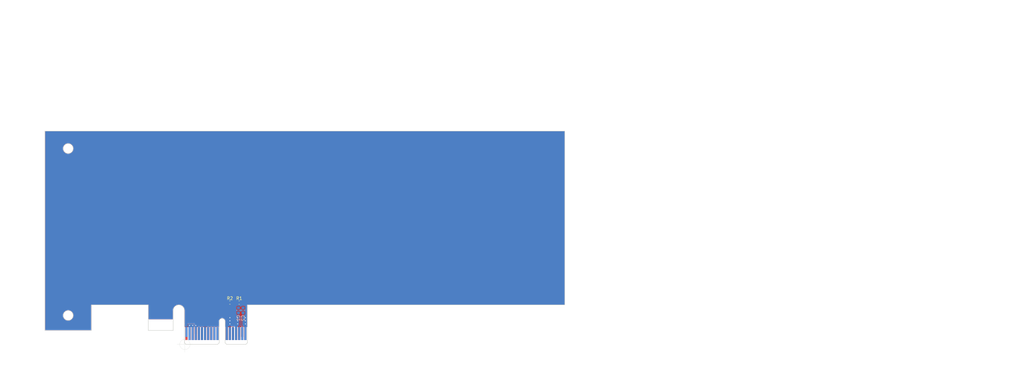
<source format=kicad_pcb>
(kicad_pcb (version 20171130) (host pcbnew 5.1.3-ffb9f22~84~ubuntu16.04.1)

  (general
    (thickness 1.6)
    (drawings 34)
    (tracks 35)
    (zones 0)
    (modules 6)
    (nets 25)
  )

  (page B)
  (title_block
    (title PCIexpress_x16_full)
    (company "Author: Luca Anastasio")
  )

  (layers
    (0 F.Cu power)
    (1 In1.Cu power)
    (2 In2.Cu power)
    (31 B.Cu power)
    (32 B.Adhes user)
    (33 F.Adhes user)
    (34 B.Paste user)
    (35 F.Paste user)
    (36 B.SilkS user)
    (37 F.SilkS user)
    (38 B.Mask user)
    (39 F.Mask user)
    (40 Dwgs.User user)
    (41 Cmts.User user)
    (42 Eco1.User user)
    (43 Eco2.User user)
    (44 Edge.Cuts user)
    (45 Margin user)
    (46 B.CrtYd user)
    (47 F.CrtYd user)
    (48 B.Fab user)
    (49 F.Fab user)
  )

  (setup
    (last_trace_width 0.0889)
    (user_trace_width 0.0889)
    (user_trace_width 0.127)
    (user_trace_width 0.2)
    (trace_clearance 0.0889)
    (zone_clearance 0.508)
    (zone_45_only no)
    (trace_min 0.0889)
    (via_size 0.45)
    (via_drill 0.2)
    (via_min_size 0.45)
    (via_min_drill 0.2)
    (user_via 0.45 0.2)
    (user_via 0.5 0.25)
    (user_via 0.55 0.3)
    (uvia_size 0.3)
    (uvia_drill 0.1)
    (uvias_allowed no)
    (uvia_min_size 0.2)
    (uvia_min_drill 0.1)
    (edge_width 0.05)
    (segment_width 0.2)
    (pcb_text_width 0.3)
    (pcb_text_size 1.5 1.5)
    (mod_edge_width 0.12)
    (mod_text_size 1 1)
    (mod_text_width 0.15)
    (pad_size 1.524 1.524)
    (pad_drill 0.762)
    (pad_to_mask_clearance 0.051)
    (solder_mask_min_width 0.25)
    (aux_axis_origin 109.625 194.125)
    (grid_origin 109.625 194.125)
    (visible_elements FFFDFFFF)
    (pcbplotparams
      (layerselection 0x010fc_ffffffff)
      (usegerberextensions false)
      (usegerberattributes false)
      (usegerberadvancedattributes false)
      (creategerberjobfile false)
      (excludeedgelayer true)
      (linewidth 0.100000)
      (plotframeref false)
      (viasonmask false)
      (mode 1)
      (useauxorigin false)
      (hpglpennumber 1)
      (hpglpenspeed 20)
      (hpglpendiameter 15.000000)
      (psnegative false)
      (psa4output false)
      (plotreference true)
      (plotvalue true)
      (plotinvisibletext false)
      (padsonsilk false)
      (subtractmaskfromsilk false)
      (outputformat 1)
      (mirror false)
      (drillshape 1)
      (scaleselection 1)
      (outputdirectory ""))
  )

  (net 0 "")
  (net 1 GND)
  (net 2 +12V)
  (net 3 +3V3)
  (net 4 +3.3VA)
  (net 5 "Net-(J2-PadB12)")
  (net 6 /PER0_P)
  (net 7 /PER0_N)
  (net 8 /SMCLK)
  (net 9 /SMDAT)
  (net 10 /~TRST)
  (net 11 /~WAKE)
  (net 12 /PET0_P)
  (net 13 /PET0_N)
  (net 14 /~PRSNT2x1)
  (net 15 /~PRSNT1)
  (net 16 /TCK)
  (net 17 /TDI)
  (net 18 /TDO)
  (net 19 /TMS)
  (net 20 /~PERST)
  (net 21 /REFCLK-)
  (net 22 /REFCLK+)
  (net 23 /PCIexpress_connector/_PER0_P)
  (net 24 /PCIexpress_connector/_PER0_N)

  (net_class Default "This is the default net class."
    (clearance 0.0889)
    (trace_width 0.0889)
    (via_dia 0.45)
    (via_drill 0.2)
    (uvia_dia 0.3)
    (uvia_drill 0.1)
    (diff_pair_width 0.2)
    (diff_pair_gap 0.2)
    (add_net +12V)
    (add_net +3.3VA)
    (add_net +3V3)
    (add_net /SMCLK)
    (add_net /SMDAT)
    (add_net /TCK)
    (add_net /TDI)
    (add_net /TDO)
    (add_net /TMS)
    (add_net /~PERST)
    (add_net /~PRSNT1)
    (add_net /~PRSNT2x1)
    (add_net /~TRST)
    (add_net /~WAKE)
    (add_net GND)
    (add_net "Net-(J2-PadB12)")
  )

  (net_class Diff-100-PCIe ""
    (clearance 0.2)
    (trace_width 0.0889)
    (via_dia 0.45)
    (via_drill 0.2)
    (uvia_dia 0.3)
    (uvia_drill 0.1)
    (diff_pair_width 0.2)
    (diff_pair_gap 0.2)
    (add_net /PCIexpress_connector/_PER0_N)
    (add_net /PCIexpress_connector/_PER0_P)
    (add_net /PER0_N)
    (add_net /PER0_P)
    (add_net /PET0_N)
    (add_net /PET0_P)
    (add_net /REFCLK+)
    (add_net /REFCLK-)
  )

  (net_class JLC2313-100d-3.5 ""
    (clearance 0.1)
    (trace_width 0.0889)
    (via_dia 0.45)
    (via_drill 0.2)
    (uvia_dia 0.3)
    (uvia_drill 0.1)
    (diff_pair_width 0.0889)
    (diff_pair_gap 0.1016)
  )

  (net_class JLC2313-100d-4 ""
    (clearance 0.1)
    (trace_width 0.0889)
    (via_dia 0.45)
    (via_drill 0.2)
    (uvia_dia 0.3)
    (uvia_drill 0.1)
    (diff_pair_width 0.1016)
    (diff_pair_gap 0.127)
  )

  (net_class JLC7628-100d-8 ""
    (clearance 0.2)
    (trace_width 0.0889)
    (via_dia 0.45)
    (via_drill 0.2)
    (uvia_dia 0.3)
    (uvia_drill 0.1)
    (diff_pair_width 0.2032)
    (diff_pair_gap 0.2032)
  )

  (module PCIexpress:PCIexpress_x1 (layer F.Cu) (tedit 5D338A37) (tstamp 5D4F3C27)
    (at 109.625 194.125)
    (descr "PCIexpress x1 footprint")
    (tags PCIexpress)
    (path /5D508B15/5D4FEBD7)
    (attr virtual)
    (fp_text reference J2 (at 0 -19.75) (layer F.SilkS) hide
      (effects (font (size 1 1) (thickness 0.15)))
    )
    (fp_text value PCIexpress_x1 (at 0 -23) (layer F.Fab)
      (effects (font (size 1 1) (thickness 0.15)))
    )
    (fp_text user "Keep out components and traces both sides" (at 264.25 -65.25 90) (layer Cmts.User)
      (effects (font (size 1 1) (thickness 0.15)))
    )
    (fp_text user %R (at 0 -17.5) (layer F.Fab)
      (effects (font (size 1 1) (thickness 0.15)))
    )
    (fp_line (start 0.35 0) (end 10.55 0) (layer Dwgs.User) (width 0.12))
    (fp_line (start 11.05 -7.45) (end 11.05 -0.5) (layer Dwgs.User) (width 0.12))
    (fp_line (start 12.95 -7.45) (end 12.95 -0.5) (layer Dwgs.User) (width 0.12))
    (fp_arc (start 12 -7.45) (end 11.05 -7.45) (angle 180) (layer Dwgs.User) (width 0.12))
    (fp_line (start 11.05 -0.5) (end 10.55 0) (layer Dwgs.User) (width 0.12))
    (fp_line (start 12.95 -0.5) (end 13.45 0) (layer Dwgs.User) (width 0.12))
    (fp_line (start 13.45 0) (end 19.65 0) (layer Dwgs.User) (width 0.12))
    (fp_line (start -0.15 -0.5) (end -0.15 -10.925) (layer Dwgs.User) (width 0.12))
    (fp_line (start 20.15 -0.5) (end 20.15 -12.75) (layer Dwgs.User) (width 0.12))
    (fp_line (start -0.15 -0.5) (end 0.35 0) (layer Dwgs.User) (width 0.12))
    (fp_line (start 20.15 -0.5) (end 19.65 0) (layer Dwgs.User) (width 0.12))
    (fp_poly (pts (xy -0.25 -5.5) (xy 20.25 -5.5) (xy 20.25 0) (xy -0.25 0)) (layer F.Mask) (width 0.2))
    (fp_poly (pts (xy -0.25 -5.5) (xy 20.25 -5.5) (xy 20.25 0) (xy -0.25 0)) (layer B.Mask) (width 0.2))
    (fp_arc (start -1.975 -10.925) (end -0.15 -10.925) (angle -180) (layer Dwgs.User) (width 0.12))
    (fp_line (start -11.8 -4.5) (end -3.8 -4.5) (layer Dwgs.User) (width 0.12))
    (fp_line (start -3.8 -4.5) (end -3.8 -10.925) (layer Dwgs.User) (width 0.12))
    (fp_line (start -11.8 -4.5) (end -11.8 -12.75) (layer Dwgs.User) (width 0.12))
    (fp_line (start -30.15 -12.75) (end -11.8 -12.75) (layer Dwgs.User) (width 0.12))
    (fp_line (start -30.15 -4.5) (end -30.15 -12.75) (layer Dwgs.User) (width 0.12))
    (fp_line (start -30.15 -4.5) (end -45.15 -4.5) (layer Dwgs.User) (width 0.12))
    (fp_line (start 20.15 -12.75) (end 122.5027 -12.75) (layer Dwgs.User) (width 0.12))
    (fp_line (start -45.15 -111.15) (end 122.5 -111.15) (layer Dwgs.User) (width 0.12))
    (fp_line (start 122.5 -111.15) (end 122.5 -12.75) (layer Dwgs.User) (width 0.12))
    (fp_line (start -45.15 -111.15) (end -45.15 -4.5) (layer Dwgs.User) (width 0.12))
    (fp_line (start -45.15 -68.9) (end 122.5 -68.9) (layer Dwgs.User) (width 0.12))
    (fp_text user "Low profile max height" (at 39.25 -71) (layer Cmts.User)
      (effects (font (size 2 2) (thickness 0.25)))
    )
    (fp_text user "Full height max" (at 36.75 -108.25) (layer Cmts.User)
      (effects (font (size 2 2) (thickness 0.25)))
    )
    (fp_text user "Half length max" (at 124.5 -72.25 90) (layer Cmts.User)
      (effects (font (size 2 2) (thickness 0.25)))
    )
    (fp_circle (center -37.65 -9.35) (end -36.05 -9.35) (layer Dwgs.User) (width 0.12))
    (fp_line (start -11.8 -8) (end -3.8 -8) (layer Dwgs.User) (width 0.12))
    (fp_text user "Keep Out Cu" (at -7.75 -3.5) (layer Cmts.User)
      (effects (font (size 1 1) (thickness 0.15)))
    )
    (fp_poly (pts (xy -11.8 -4.5) (xy -11.8 -8) (xy -3.8 -8) (xy -3.8 -4.5)) (layer F.Mask) (width 0))
    (fp_poly (pts (xy -11.8 -4.5) (xy -11.8 -8) (xy -3.8 -8) (xy -3.8 -4.5)) (layer B.Mask) (width 0))
    (fp_circle (center -37.65 -63.25) (end -36.05 -63.25) (layer Dwgs.User) (width 0.12))
    (fp_circle (center -37.65 -94.75) (end -36.05 -94.75) (layer Dwgs.User) (width 0.12))
    (fp_line (start 122.5027 -12.75) (end 266.8527 -12.75) (layer Dwgs.User) (width 0.12))
    (fp_line (start 122.5 -111.15) (end 266.85 -111.15) (layer Dwgs.User) (width 0.12))
    (fp_line (start 266.85 -111.15) (end 266.8527 -12.75) (layer Dwgs.User) (width 0.12))
    (fp_text user "Full length max" (at 269 -74 90) (layer Cmts.User)
      (effects (font (size 2 2) (thickness 0.25)))
    )
    (fp_line (start -0.15 -10.925) (end -0.15 -13.75) (layer Dwgs.User) (width 0.12))
    (fp_line (start -0.15 -13.75) (end -45.15 -13.75) (layer Dwgs.User) (width 0.12))
    (fp_line (start 20.15 -12.75) (end 20.15 -13.75) (layer Dwgs.User) (width 0.12))
    (fp_text user "Keep out components and traces both sides" (at -21.75 -12) (layer Cmts.User)
      (effects (font (size 1 1) (thickness 0.15)))
    )
    (fp_line (start -45.15 -58.5) (end -32.45 -58.5) (layer Dwgs.User) (width 0.12))
    (fp_line (start -32.45 -58.5) (end -32.45 -67.9) (layer Dwgs.User) (width 0.12))
    (fp_line (start -32.45 -110.15) (end 92 -110.15) (layer Dwgs.User) (width 0.12))
    (fp_line (start 20.15 -13.75) (end 121.5 -13.75) (layer Dwgs.User) (width 0.12))
    (fp_line (start 92 -110.15) (end 92 -108.15) (layer Dwgs.User) (width 0.12))
    (fp_line (start 92 -108.15) (end 117.42 -108.15) (layer Dwgs.User) (width 0.12))
    (fp_line (start 121.5 -67.9) (end 121.5 -13.75) (layer Dwgs.User) (width 0.12))
    (fp_line (start -44.15 -58.5) (end -44.15 -13.75) (layer Dwgs.User) (width 0.12))
    (fp_text user "Keep out components and traces solder side" (at -44.75 -36 90) (layer Cmts.User)
      (effects (font (size 1 1) (thickness 0.15)))
    )
    (fp_text user "Keep out components and traces both sides" (at 121.893243 -40.134926 90) (layer Cmts.User)
      (effects (font (size 1 1) (thickness 0.15)))
    )
    (fp_line (start -32.45 -67.9) (end 121.5 -67.9) (layer Dwgs.User) (width 0.12))
    (fp_line (start -45.15 -89.7) (end -32.45 -89.7) (layer Dwgs.User) (width 0.12))
    (fp_line (start -32.45 -110.15) (end -32.45 -89.7) (layer Dwgs.User) (width 0.12))
    (fp_line (start 117.42 -108.15) (end 117.42 -13.75) (layer Dwgs.User) (width 0.12))
    (fp_text user "Keep out components and traces both sides" (at 120 -87.75 90) (layer Cmts.User)
      (effects (font (size 1 1) (thickness 0.15)))
    )
    (fp_line (start -40.07 -13.75) (end -40.07 -89.7) (layer Dwgs.User) (width 0.12))
    (fp_text user "Keep out components and traces solder side" (at -42.25 -77.5 180) (layer Cmts.User)
      (effects (font (size 1 1) (thickness 0.15)))
    )
    (fp_text user "Max component height: solder side 2,67mm component side 14,49mm" (at 40 -44.25) (layer Cmts.User)
      (effects (font (size 2 2) (thickness 0.25)))
    )
    (fp_line (start 96.9 -14.1) (end 96.9 -13.75) (layer Dwgs.User) (width 0.12))
    (fp_line (start 96.9 -14.1) (end 105.05 -14.1) (layer Dwgs.User) (width 0.12))
    (fp_line (start 105.05 -14.1) (end 105.05 -16.1) (layer Dwgs.User) (width 0.12))
    (fp_line (start 105.05 -16.1) (end 110.3 -16.1) (layer Dwgs.User) (width 0.12))
    (fp_line (start 110.3 -16.1) (end 110.3 -13.75) (layer Dwgs.User) (width 0.12))
    (fp_text user "Keep out components and traces component side" (at 107.75 -9 180) (layer Cmts.User)
      (effects (font (size 1 1) (thickness 0.15)))
    )
    (fp_line (start 107.5 -10) (end 107.5 -15) (layer Cmts.User) (width 0.12))
    (fp_line (start 107.5 -15) (end 107 -14.5) (layer Cmts.User) (width 0.12))
    (fp_line (start 107.5 -15) (end 108 -14.5) (layer Cmts.User) (width 0.12))
    (fp_line (start 122.5 -108.15) (end 256.65 -108.15) (layer Dwgs.User) (width 0.12))
    (fp_line (start 256.65 -108.15) (end 256.65 -99.7) (layer Dwgs.User) (width 0.12))
    (fp_line (start 122.5 -13.75) (end 256.65 -13.75) (layer Dwgs.User) (width 0.12))
    (fp_line (start 256.65 -13.75) (end 256.65 -22.9) (layer Dwgs.User) (width 0.12))
    (fp_line (start 256.65 -22.9) (end 261.77 -22.9) (layer Dwgs.User) (width 0.12))
    (fp_line (start 256.65 -99.7) (end 261.77 -99.7) (layer Dwgs.User) (width 0.12))
    (fp_line (start 261.77 -99.7) (end 261.77 -22.9) (layer Dwgs.User) (width 0.12))
    (fp_circle (center 261.77 -16.6) (end 263.37 -16.6) (layer Dwgs.User) (width 0.12))
    (fp_circle (center 261.77 -106.13) (end 263.37 -106.13) (layer Dwgs.User) (width 0.12))
    (pad B1 connect rect (at 0.5 -3.5) (size 0.7 4.2) (layers F.Cu)
      (net 2 +12V))
    (pad B2 connect rect (at 1.5 -3.5) (size 0.7 4.2) (layers F.Cu)
      (net 2 +12V))
    (pad B3 connect rect (at 2.5 -3.5) (size 0.7 4.2) (layers F.Cu)
      (net 2 +12V))
    (pad B4 connect rect (at 3.5 -3.5) (size 0.7 4.2) (layers F.Cu)
      (net 1 GND))
    (pad B5 connect rect (at 4.5 -3.5) (size 0.7 4.2) (layers F.Cu)
      (net 8 /SMCLK))
    (pad B6 connect rect (at 5.5 -3.5) (size 0.7 4.2) (layers F.Cu)
      (net 9 /SMDAT))
    (pad B7 connect rect (at 6.5 -3.5) (size 0.7 4.2) (layers F.Cu)
      (net 1 GND))
    (pad B8 connect rect (at 7.5 -3.5) (size 0.7 4.2) (layers F.Cu)
      (net 3 +3V3))
    (pad B9 connect rect (at 8.5 -3.5) (size 0.7 4.2) (layers F.Cu)
      (net 10 /~TRST))
    (pad B10 connect rect (at 9.5 -3.5) (size 0.7 4.2) (layers F.Cu)
      (net 4 +3.3VA))
    (pad B11 connect rect (at 10.5 -3.5) (size 0.7 4.2) (layers F.Cu)
      (net 11 /~WAKE))
    (pad B14 connect rect (at 15.5 -3.5) (size 0.7 4.2) (layers F.Cu)
      (net 12 /PET0_P))
    (pad B15 connect rect (at 16.5 -3.5) (size 0.7 4.2) (layers F.Cu)
      (net 13 /PET0_N))
    (pad B16 connect rect (at 17.5 -3.5) (size 0.7 4.2) (layers F.Cu)
      (net 1 GND))
    (pad B17 connect rect (at 18.5 -4) (size 0.7 3.2) (layers F.Cu)
      (net 14 /~PRSNT2x1))
    (pad B18 connect rect (at 19.5 -3.5) (size 0.7 4.2) (layers F.Cu)
      (net 1 GND))
    (pad B12 connect rect (at 13.5 -3.5) (size 0.7 4.2) (layers F.Cu)
      (net 5 "Net-(J2-PadB12)"))
    (pad B13 connect rect (at 14.5 -3.5) (size 0.7 4.2) (layers F.Cu)
      (net 1 GND))
    (pad A1 connect rect (at 0.5 -4) (size 0.7 3.2) (layers B.Cu)
      (net 15 /~PRSNT1))
    (pad A2 connect rect (at 1.5 -3.5) (size 0.7 4.2) (layers B.Cu)
      (net 2 +12V))
    (pad A3 connect rect (at 2.5 -3.5) (size 0.7 4.2) (layers B.Cu)
      (net 2 +12V))
    (pad A4 connect rect (at 3.5 -3.5) (size 0.7 4.2) (layers B.Cu)
      (net 1 GND))
    (pad A5 connect rect (at 4.5 -3.5) (size 0.7 4.2) (layers B.Cu)
      (net 16 /TCK))
    (pad A6 connect rect (at 5.5 -3.5) (size 0.7 4.2) (layers B.Cu)
      (net 17 /TDI))
    (pad A7 connect rect (at 6.5 -3.5) (size 0.7 4.2) (layers B.Cu)
      (net 18 /TDO))
    (pad A8 connect rect (at 7.5 -3.5) (size 0.7 4.2) (layers B.Cu)
      (net 19 /TMS))
    (pad A9 connect rect (at 8.5 -3.5) (size 0.7 4.2) (layers B.Cu)
      (net 3 +3V3))
    (pad A10 connect rect (at 9.5 -3.5) (size 0.7 4.2) (layers B.Cu)
      (net 3 +3V3))
    (pad A11 connect rect (at 10.5 -3.5) (size 0.7 4.2) (layers B.Cu)
      (net 20 /~PERST))
    (pad A14 connect rect (at 15.5 -3.5) (size 0.7 4.2) (layers B.Cu)
      (net 21 /REFCLK-))
    (pad A15 connect rect (at 16.5 -3.5) (size 0.7 4.2) (layers B.Cu)
      (net 1 GND))
    (pad A16 connect rect (at 17.5 -3.5) (size 0.7 4.2) (layers B.Cu)
      (net 23 /PCIexpress_connector/_PER0_P))
    (pad A17 connect rect (at 18.5 -3.5) (size 0.7 4.2) (layers B.Cu)
      (net 24 /PCIexpress_connector/_PER0_N))
    (pad A18 connect rect (at 19.5 -3.5) (size 0.7 4.2) (layers B.Cu)
      (net 1 GND))
    (pad A12 connect rect (at 13.5 -3.5) (size 0.7 4.2) (layers B.Cu)
      (net 1 GND))
    (pad A13 connect rect (at 14.5 -3.5) (size 0.7 4.2) (layers B.Cu)
      (net 22 /REFCLK+))
  )

  (module PCIexpress:PCIexpress_bracket_low (layer F.Cu) (tedit 5D3388A6) (tstamp 5D3B1558)
    (at 109.625 194.125)
    (descr "PCIexpress low profile bracket")
    (tags "PCIexpress bracket")
    (path /5D508B15/5D51ADA7)
    (attr virtual)
    (fp_text reference J1 (at 0 -19.75) (layer F.SilkS) hide
      (effects (font (size 1 1) (thickness 0.15)))
    )
    (fp_text value PCIexpress_bracket (at 0 -23) (layer F.Fab)
      (effects (font (size 1 1) (thickness 0.15)))
    )
    (fp_line (start -34.01 -67.225) (end -46.18 -67.225) (layer Dwgs.User) (width 0.12))
    (fp_line (start -32.74 -65.955) (end -32.74 -60.545) (layer Dwgs.User) (width 0.12))
    (fp_arc (start -34.01 -65.955) (end -32.74 -65.955) (angle -90) (layer Dwgs.User) (width 0.12))
    (fp_arc (start -34.01 -60.545) (end -34.01 -59.275) (angle -90) (layer Dwgs.User) (width 0.12))
    (fp_line (start -34.01 -59.275) (end -46.18 -59.275) (layer Dwgs.User) (width 0.12))
    (fp_circle (center -37.65 -63.25) (end -36.05 -63.25) (layer Dwgs.User) (width 0.12))
    (fp_circle (center -37.65 -9.35) (end -36.05 -9.35) (layer Dwgs.User) (width 0.12))
    (fp_line (start -46.18 6.059293) (end -46.62188 11.11) (layer Dwgs.User) (width 0.12))
    (fp_line (start -47.04 6.059293) (end -47.48188 11.11) (layer Dwgs.User) (width 0.12))
    (fp_line (start -34.01 -5.375) (end -46.18 -5.375) (layer Dwgs.User) (width 0.12))
    (fp_arc (start -34.01 -6.645) (end -34.01 -5.375) (angle -90) (layer Dwgs.User) (width 0.12))
    (fp_arc (start -34.01 -12.055) (end -32.74 -12.055) (angle -90) (layer Dwgs.User) (width 0.12))
    (fp_line (start -32.74 -12.055) (end -32.74 -6.645) (layer Dwgs.User) (width 0.12))
    (fp_line (start -34.01 -13.325) (end -46.18 -13.325) (layer Dwgs.User) (width 0.12))
    (fp_line (start -58.88 -68.11) (end -58.88 -68.97) (layer Dwgs.User) (width 0.12))
    (fp_line (start -47.04 -68.97) (end -58.88 -68.97) (layer Dwgs.User) (width 0.12))
    (fp_line (start -47.04 -68.09) (end -58.88 -68.09) (layer Dwgs.User) (width 0.12))
    (fp_arc (start -47.04 -68.11) (end -46.18 -68.11) (angle -90) (layer Dwgs.User) (width 0.12))
    (fp_line (start -47.04 -68.09) (end -47.04 6.059293) (layer Dwgs.User) (width 0.12))
    (fp_line (start -47.48188 11.11) (end -46.62188 11.11) (layer Dwgs.User) (width 0.12))
    (fp_line (start -46.18 -68.11) (end -46.18 6.059293) (layer Dwgs.User) (width 0.12))
    (fp_circle (center -37.65 -9.35) (end -36.05 -9.35) (layer Dwgs.User) (width 0.12))
    (model ${KIPRJMOD}/../Library/PCIexpress.3dshapes/PCIexpress_bracket_low.step
      (offset (xyz -46.18 68.09999999999999 15.86))
      (scale (xyz 1 1 1))
      (rotate (xyz 0 0 90))
    )
  )

  (module Capacitor_SMD:C_0603_1608Metric (layer B.Cu) (tedit 5B301BBE) (tstamp 5D3B9A8E)
    (at 128.375 183.125 90)
    (descr "Capacitor SMD 0603 (1608 Metric), square (rectangular) end terminal, IPC_7351 nominal, (Body size source: http://www.tortai-tech.com/upload/download/2011102023233369053.pdf), generated with kicad-footprint-generator")
    (tags capacitor)
    (path /5D508B15/5DAB5272/5DAB685F)
    (attr smd)
    (fp_text reference C2 (at -2.5 0 90) (layer B.SilkS)
      (effects (font (size 1 1) (thickness 0.15)) (justify mirror))
    )
    (fp_text value 100n (at 0 -1.43 90) (layer B.Fab)
      (effects (font (size 1 1) (thickness 0.15)) (justify mirror))
    )
    (fp_text user %R (at 0 0 90) (layer B.Fab)
      (effects (font (size 0.4 0.4) (thickness 0.06)) (justify mirror))
    )
    (fp_line (start 1.48 -0.73) (end -1.48 -0.73) (layer B.CrtYd) (width 0.05))
    (fp_line (start 1.48 0.73) (end 1.48 -0.73) (layer B.CrtYd) (width 0.05))
    (fp_line (start -1.48 0.73) (end 1.48 0.73) (layer B.CrtYd) (width 0.05))
    (fp_line (start -1.48 -0.73) (end -1.48 0.73) (layer B.CrtYd) (width 0.05))
    (fp_line (start -0.162779 -0.51) (end 0.162779 -0.51) (layer B.SilkS) (width 0.12))
    (fp_line (start -0.162779 0.51) (end 0.162779 0.51) (layer B.SilkS) (width 0.12))
    (fp_line (start 0.8 -0.4) (end -0.8 -0.4) (layer B.Fab) (width 0.1))
    (fp_line (start 0.8 0.4) (end 0.8 -0.4) (layer B.Fab) (width 0.1))
    (fp_line (start -0.8 0.4) (end 0.8 0.4) (layer B.Fab) (width 0.1))
    (fp_line (start -0.8 -0.4) (end -0.8 0.4) (layer B.Fab) (width 0.1))
    (pad 2 smd roundrect (at 0.7875 0 90) (size 0.875 0.95) (layers B.Cu B.Paste B.Mask) (roundrect_rratio 0.25)
      (net 7 /PER0_N))
    (pad 1 smd roundrect (at -0.7875 0 90) (size 0.875 0.95) (layers B.Cu B.Paste B.Mask) (roundrect_rratio 0.25)
      (net 24 /PCIexpress_connector/_PER0_N))
    (model ${KISYS3DMOD}/Capacitor_SMD.3dshapes/C_0603_1608Metric.wrl
      (at (xyz 0 0 0))
      (scale (xyz 1 1 1))
      (rotate (xyz 0 0 0))
    )
  )

  (module Capacitor_SMD:C_0603_1608Metric (layer B.Cu) (tedit 5B301BBE) (tstamp 5D3B9A7D)
    (at 126.875 183.125 270)
    (descr "Capacitor SMD 0603 (1608 Metric), square (rectangular) end terminal, IPC_7351 nominal, (Body size source: http://www.tortai-tech.com/upload/download/2011102023233369053.pdf), generated with kicad-footprint-generator")
    (tags capacitor)
    (path /5D508B15/5DAB5272/5DAB6859)
    (attr smd)
    (fp_text reference C1 (at 2.5 0 90) (layer B.SilkS)
      (effects (font (size 1 1) (thickness 0.15)) (justify mirror))
    )
    (fp_text value 100n (at 0 -1.43 90) (layer B.Fab)
      (effects (font (size 1 1) (thickness 0.15)) (justify mirror))
    )
    (fp_text user %R (at 0 0 90) (layer B.Fab)
      (effects (font (size 0.4 0.4) (thickness 0.06)) (justify mirror))
    )
    (fp_line (start 1.48 -0.73) (end -1.48 -0.73) (layer B.CrtYd) (width 0.05))
    (fp_line (start 1.48 0.73) (end 1.48 -0.73) (layer B.CrtYd) (width 0.05))
    (fp_line (start -1.48 0.73) (end 1.48 0.73) (layer B.CrtYd) (width 0.05))
    (fp_line (start -1.48 -0.73) (end -1.48 0.73) (layer B.CrtYd) (width 0.05))
    (fp_line (start -0.162779 -0.51) (end 0.162779 -0.51) (layer B.SilkS) (width 0.12))
    (fp_line (start -0.162779 0.51) (end 0.162779 0.51) (layer B.SilkS) (width 0.12))
    (fp_line (start 0.8 -0.4) (end -0.8 -0.4) (layer B.Fab) (width 0.1))
    (fp_line (start 0.8 0.4) (end 0.8 -0.4) (layer B.Fab) (width 0.1))
    (fp_line (start -0.8 0.4) (end 0.8 0.4) (layer B.Fab) (width 0.1))
    (fp_line (start -0.8 -0.4) (end -0.8 0.4) (layer B.Fab) (width 0.1))
    (pad 2 smd roundrect (at 0.7875 0 270) (size 0.875 0.95) (layers B.Cu B.Paste B.Mask) (roundrect_rratio 0.25)
      (net 23 /PCIexpress_connector/_PER0_P))
    (pad 1 smd roundrect (at -0.7875 0 270) (size 0.875 0.95) (layers B.Cu B.Paste B.Mask) (roundrect_rratio 0.25)
      (net 6 /PER0_P))
    (model ${KISYS3DMOD}/Capacitor_SMD.3dshapes/C_0603_1608Metric.wrl
      (at (xyz 0 0 0))
      (scale (xyz 1 1 1))
      (rotate (xyz 0 0 0))
    )
  )

  (module Resistor_SMD:R_0603_1608Metric (layer F.Cu) (tedit 5B301BBD) (tstamp 5D3B91F9)
    (at 124.125 180.625 180)
    (descr "Resistor SMD 0603 (1608 Metric), square (rectangular) end terminal, IPC_7351 nominal, (Body size source: http://www.tortai-tech.com/upload/download/2011102023233369053.pdf), generated with kicad-footprint-generator")
    (tags resistor)
    (path /5D508B15/5D516DFB/5D52E298)
    (attr smd)
    (fp_text reference R2 (at 0 1.375) (layer F.SilkS)
      (effects (font (size 1 1) (thickness 0.15)))
    )
    (fp_text value 49.9 (at 0 1.43) (layer F.Fab)
      (effects (font (size 1 1) (thickness 0.15)))
    )
    (fp_text user %R (at 0 0) (layer F.Fab)
      (effects (font (size 0.4 0.4) (thickness 0.06)))
    )
    (fp_line (start 1.48 0.73) (end -1.48 0.73) (layer F.CrtYd) (width 0.05))
    (fp_line (start 1.48 -0.73) (end 1.48 0.73) (layer F.CrtYd) (width 0.05))
    (fp_line (start -1.48 -0.73) (end 1.48 -0.73) (layer F.CrtYd) (width 0.05))
    (fp_line (start -1.48 0.73) (end -1.48 -0.73) (layer F.CrtYd) (width 0.05))
    (fp_line (start -0.162779 0.51) (end 0.162779 0.51) (layer F.SilkS) (width 0.12))
    (fp_line (start -0.162779 -0.51) (end 0.162779 -0.51) (layer F.SilkS) (width 0.12))
    (fp_line (start 0.8 0.4) (end -0.8 0.4) (layer F.Fab) (width 0.1))
    (fp_line (start 0.8 -0.4) (end 0.8 0.4) (layer F.Fab) (width 0.1))
    (fp_line (start -0.8 -0.4) (end 0.8 -0.4) (layer F.Fab) (width 0.1))
    (fp_line (start -0.8 0.4) (end -0.8 -0.4) (layer F.Fab) (width 0.1))
    (pad 2 smd roundrect (at 0.7875 0 180) (size 0.875 0.95) (layers F.Cu F.Paste F.Mask) (roundrect_rratio 0.25)
      (net 1 GND))
    (pad 1 smd roundrect (at -0.7875 0 180) (size 0.875 0.95) (layers F.Cu F.Paste F.Mask) (roundrect_rratio 0.25)
      (net 12 /PET0_P))
    (model ${KISYS3DMOD}/Resistor_SMD.3dshapes/R_0603_1608Metric.wrl
      (at (xyz 0 0 0))
      (scale (xyz 1 1 1))
      (rotate (xyz 0 0 0))
    )
  )

  (module Resistor_SMD:R_0603_1608Metric (layer F.Cu) (tedit 5B301BBD) (tstamp 5D3B91E8)
    (at 127.125 180.625)
    (descr "Resistor SMD 0603 (1608 Metric), square (rectangular) end terminal, IPC_7351 nominal, (Body size source: http://www.tortai-tech.com/upload/download/2011102023233369053.pdf), generated with kicad-footprint-generator")
    (tags resistor)
    (path /5D508B15/5D516DFB/5D52DCBC)
    (attr smd)
    (fp_text reference R1 (at 0 -1.375) (layer F.SilkS)
      (effects (font (size 1 1) (thickness 0.15)))
    )
    (fp_text value 49.9 (at 0 1.43) (layer F.Fab)
      (effects (font (size 1 1) (thickness 0.15)))
    )
    (fp_text user %R (at 0 0) (layer F.Fab)
      (effects (font (size 0.4 0.4) (thickness 0.06)))
    )
    (fp_line (start 1.48 0.73) (end -1.48 0.73) (layer F.CrtYd) (width 0.05))
    (fp_line (start 1.48 -0.73) (end 1.48 0.73) (layer F.CrtYd) (width 0.05))
    (fp_line (start -1.48 -0.73) (end 1.48 -0.73) (layer F.CrtYd) (width 0.05))
    (fp_line (start -1.48 0.73) (end -1.48 -0.73) (layer F.CrtYd) (width 0.05))
    (fp_line (start -0.162779 0.51) (end 0.162779 0.51) (layer F.SilkS) (width 0.12))
    (fp_line (start -0.162779 -0.51) (end 0.162779 -0.51) (layer F.SilkS) (width 0.12))
    (fp_line (start 0.8 0.4) (end -0.8 0.4) (layer F.Fab) (width 0.1))
    (fp_line (start 0.8 -0.4) (end 0.8 0.4) (layer F.Fab) (width 0.1))
    (fp_line (start -0.8 -0.4) (end 0.8 -0.4) (layer F.Fab) (width 0.1))
    (fp_line (start -0.8 0.4) (end -0.8 -0.4) (layer F.Fab) (width 0.1))
    (pad 2 smd roundrect (at 0.7875 0) (size 0.875 0.95) (layers F.Cu F.Paste F.Mask) (roundrect_rratio 0.25)
      (net 1 GND))
    (pad 1 smd roundrect (at -0.7875 0) (size 0.875 0.95) (layers F.Cu F.Paste F.Mask) (roundrect_rratio 0.25)
      (net 13 /PET0_N))
    (model ${KISYS3DMOD}/Resistor_SMD.3dshapes/R_0603_1608Metric.wrl
      (at (xyz 0 0 0))
      (scale (xyz 1 1 1))
      (rotate (xyz 0 0 0))
    )
  )

  (gr_line (start 129.275 194.125) (end 123.075 194.125) (layer Edge.Cuts) (width 0.15))
  (gr_line (start 129.775 193.625) (end 129.275 194.125) (layer Edge.Cuts) (width 0.15))
  (gr_line (start 129.775 181.375) (end 129.775 193.625) (layer Edge.Cuts) (width 0.15))
  (gr_line (start 232.125 181.375) (end 129.775 181.375) (layer Edge.Cuts) (width 0.15))
  (gr_line (start 64.475 125.225) (end 64.475 189.625) (layer Edge.Cuts) (width 0.15))
  (gr_line (start 232.125 125.225) (end 64.475 125.225) (layer Edge.Cuts) (width 0.15))
  (gr_line (start 232.125 181.375) (end 232.125 125.225) (layer Edge.Cuts) (width 0.15))
  (target plus (at 109.625 194.125) (size 5) (width 0.05) (layer Edge.Cuts))
  (gr_line (start 69.555 104.425) (end 69.555 180.375) (layer Dwgs.User) (width 0.15))
  (gr_line (start 109.475 180.375) (end 109.475 193.625) (layer Dwgs.User) (width 0.15))
  (gr_line (start 64.475 180.375) (end 109.475 180.375) (layer Dwgs.User) (width 0.15))
  (gr_line (start 64.475 104.425) (end 64.475 180.375) (layer Dwgs.User) (width 0.15))
  (gr_line (start 77.175 104.425) (end 64.475 104.425) (layer Dwgs.User) (width 0.15))
  (gr_line (start 77.175 83.975) (end 77.175 104.425) (layer Dwgs.User) (width 0.15))
  (gr_line (start 201.625 83.975) (end 77.175 83.975) (layer Dwgs.User) (width 0.15))
  (gr_line (start 201.625 85.975) (end 201.625 83.975) (layer Dwgs.User) (width 0.15))
  (gr_line (start 366.275 85.975) (end 201.625 85.975) (layer Dwgs.User) (width 0.15))
  (gr_circle (center 71.975 130.875) (end 73.575 130.875) (layer Edge.Cuts) (width 0.15))
  (gr_circle (center 71.975 184.775) (end 73.575 184.775) (layer Edge.Cuts) (width 0.15))
  (gr_arc (start 107.65 183.2) (end 109.475 183.2) (angle -180) (layer Edge.Cuts) (width 0.15))
  (gr_arc (start 121.625 186.675) (end 122.575 186.675) (angle -180) (layer Edge.Cuts) (width 0.15))
  (gr_line (start 109.475 183.2) (end 109.475 193.625) (layer Edge.Cuts) (width 0.15))
  (gr_line (start 105.825 189.625) (end 105.825 183.2) (layer Edge.Cuts) (width 0.15))
  (gr_line (start 97.825 189.625) (end 105.825 189.625) (layer Edge.Cuts) (width 0.15))
  (gr_line (start 97.825 181.375) (end 97.825 189.625) (layer Edge.Cuts) (width 0.15))
  (gr_line (start 79.475 181.375) (end 97.825 181.375) (layer Edge.Cuts) (width 0.15))
  (gr_line (start 79.475 189.625) (end 79.475 181.375) (layer Edge.Cuts) (width 0.15))
  (gr_line (start 64.475 189.625) (end 79.475 189.625) (layer Edge.Cuts) (width 0.15))
  (gr_line (start 122.575 193.625) (end 123.075 194.125) (layer Edge.Cuts) (width 0.15))
  (gr_line (start 122.575 186.675) (end 122.575 193.625) (layer Edge.Cuts) (width 0.15))
  (gr_line (start 120.675 193.625) (end 120.675 186.675) (layer Edge.Cuts) (width 0.15))
  (gr_line (start 120.175 194.125) (end 120.675 193.625) (layer Edge.Cuts) (width 0.15))
  (gr_line (start 109.975 194.125) (end 120.175 194.125) (layer Edge.Cuts) (width 0.15))
  (gr_line (start 109.475 193.625) (end 109.975 194.125) (layer Edge.Cuts) (width 0.15))

  (via (at 124.125 185.5) (size 0.55) (drill 0.3) (layers F.Cu B.Cu) (net 1) (tstamp 5D3B5DF8))
  (via (at 129.125 185.5) (size 0.55) (drill 0.3) (layers F.Cu B.Cu) (net 1) (tstamp 5D3B5E00))
  (via (at 126.625 185.5) (size 0.55) (drill 0.3) (layers F.Cu B.Cu) (net 1) (tstamp 5D3B5E12))
  (via (at 124.125 186.5) (size 0.55) (drill 0.3) (layers F.Cu B.Cu) (net 1) (tstamp 5D3B5DF8))
  (via (at 129.125 186.5) (size 0.55) (drill 0.3) (layers F.Cu B.Cu) (net 1) (tstamp 5D3B5E00))
  (via (at 126.625 186.5) (size 0.55) (drill 0.3) (layers F.Cu B.Cu) (net 1) (tstamp 5D3B5E12))
  (via (at 129.125 187.5) (size 0.55) (drill 0.3) (layers F.Cu B.Cu) (net 1))
  (via (at 126.625 187.5) (size 0.55) (drill 0.3) (layers F.Cu B.Cu) (net 1))
  (via (at 124.125 187.5) (size 0.55) (drill 0.3) (layers F.Cu B.Cu) (net 1))
  (segment (start 113.125 188.125) (end 113.125 188.125) (width 0.7) (layer F.Cu) (net 1) (tstamp 5D3B5EBF))
  (segment (start 113.125 190.625) (end 113.125 188) (width 0.7) (layer F.Cu) (net 1))
  (via (at 113.125 188) (size 0.55) (drill 0.3) (layers F.Cu B.Cu) (net 1))
  (via (at 112.125 188) (size 0.55) (drill 0.3) (layers F.Cu B.Cu) (net 2))
  (via (at 111.125 188) (size 0.55) (drill 0.3) (layers F.Cu B.Cu) (net 2))
  (segment (start 111.125 190.625) (end 111.125 188) (width 0.0889) (layer F.Cu) (net 2))
  (segment (start 124.9125 181.26875) (end 124.9125 180.625) (width 0.2) (layer F.Cu) (net 12))
  (segment (start 125.425 181.78125) (end 124.9125 181.26875) (width 0.2) (layer F.Cu) (net 12))
  (segment (start 125.125 190.625) (end 125.125 188.375) (width 0.2) (layer F.Cu) (net 12))
  (segment (start 125.125 188.375) (end 125.425 188.075) (width 0.2) (layer F.Cu) (net 12))
  (segment (start 125.425 188.075) (end 125.425 181.78125) (width 0.2) (layer F.Cu) (net 12))
  (segment (start 126.3375 181.2875) (end 126.3375 180.625) (width 0.2) (layer F.Cu) (net 13))
  (segment (start 125.825 181.8) (end 126.3375 181.2875) (width 0.2) (layer F.Cu) (net 13))
  (segment (start 125.825 188.075) (end 125.825 181.8) (width 0.2) (layer F.Cu) (net 13))
  (segment (start 126.125 190.625) (end 126.125 188.375) (width 0.2) (layer F.Cu) (net 13))
  (segment (start 126.125 188.375) (end 125.825 188.075) (width 0.2) (layer F.Cu) (net 13))
  (segment (start 126.875 183.9125) (end 126.875 184.5) (width 0.2) (layer B.Cu) (net 23))
  (segment (start 127.125 188.375) (end 127.125 190.625) (width 0.2) (layer B.Cu) (net 23))
  (segment (start 126.875 184.5) (end 127.425 185.05) (width 0.2) (layer B.Cu) (net 23))
  (segment (start 127.425 185.05) (end 127.425 188.075) (width 0.2) (layer B.Cu) (net 23))
  (segment (start 127.425 188.075) (end 127.125 188.375) (width 0.2) (layer B.Cu) (net 23))
  (segment (start 127.825 188.075) (end 128.125 188.375) (width 0.2) (layer B.Cu) (net 24))
  (segment (start 128.375 183.9125) (end 128.375 184.5) (width 0.2) (layer B.Cu) (net 24))
  (segment (start 128.375 184.5) (end 127.825 185.05) (width 0.2) (layer B.Cu) (net 24))
  (segment (start 127.825 185.05) (end 127.825 188.075) (width 0.2) (layer B.Cu) (net 24))
  (segment (start 128.125 188.375) (end 128.125 190.625) (width 0.2) (layer B.Cu) (net 24))

  (zone (net 0) (net_name "") (layer F.Cu) (tstamp 0) (hatch edge 0.508)
    (connect_pads (clearance 0.508))
    (min_thickness 0.254)
    (keepout (tracks not_allowed) (vias not_allowed) (copperpour allowed))
    (fill (arc_segments 32) (thermal_gap 0.508) (thermal_bridge_width 0.508))
    (polygon
      (pts
        (xy 206.525 180.375) (xy 206.525 180.025) (xy 214.675 180.025) (xy 214.675 178.025) (xy 219.925 178.025)
        (xy 219.925 180.375)
      )
    )
  )
  (zone (net 2) (net_name +12V) (layer B.Cu) (tstamp 5D3B68C0) (hatch full 0.508)
    (priority 2)
    (connect_pads thru_hole_only (clearance 0))
    (min_thickness 0.25)
    (fill yes (arc_segments 32) (thermal_gap 0.508) (thermal_bridge_width 0.508))
    (polygon
      (pts
        (xy 112.625 188.526) (xy 110.625 188.526) (xy 110.625 187.5) (xy 112.625 187.5)
      )
    )
    (filled_polygon
      (pts
        (xy 112.5 188.401) (xy 110.75 188.401) (xy 110.75 187.625) (xy 112.5 187.625)
      )
    )
  )
  (zone (net 2) (net_name +12V) (layer F.Cu) (tstamp 5D3B7F86) (hatch full 0.508)
    (priority 2)
    (connect_pads thru_hole_only (clearance 0))
    (min_thickness 0.25)
    (fill yes (arc_segments 32) (thermal_gap 0.508) (thermal_bridge_width 0.508))
    (polygon
      (pts
        (xy 112.625 188.526) (xy 109.375 188.526) (xy 109.375 187.5) (xy 112.625 187.5)
      )
    )
    (filled_polygon
      (pts
        (xy 112.5 188.401) (xy 109.675 188.401) (xy 109.675 187.625) (xy 112.5 187.625)
      )
    )
  )
  (zone (net 0) (net_name "") (layers F.Cu In1.Cu In2.Cu B.Cu) (tstamp 0) (hatch edge 0.508)
    (connect_pads (clearance 0))
    (min_thickness 0.254)
    (keepout (tracks not_allowed) (vias not_allowed) (copperpour allowed))
    (fill (arc_segments 32) (thermal_gap 0.508) (thermal_bridge_width 0.508))
    (polygon
      (pts
        (xy 64.475 180.375) (xy 109.475 180.375) (xy 109.475 183.2) (xy 105.825 183.2) (xy 105.825 186.125)
        (xy 97.825 186.125) (xy 97.825 181.375) (xy 79.475 181.375) (xy 79.475 189.625) (xy 64.475 189.625)
      )
    )
  )
  (zone (net 0) (net_name "") (layers F.Cu In1.Cu In2.Cu B.Cu) (tstamp 0) (hatch edge 0.508)
    (connect_pads (clearance 0))
    (min_thickness 0.254)
    (keepout (tracks not_allowed) (vias not_allowed) (copperpour not_allowed))
    (fill (arc_segments 32) (thermal_gap 0.508) (thermal_bridge_width 0.508))
    (polygon
      (pts
        (xy 97.825 186.125) (xy 105.825 186.125) (xy 105.825 189.625) (xy 97.825 189.625)
      )
    )
  )
  (zone (net 1) (net_name GND) (layer F.Cu) (tstamp 0) (hatch edge 0.508)
    (connect_pads thru_hole_only (clearance 0))
    (min_thickness 0.25)
    (fill yes (arc_segments 32) (thermal_gap 0.508) (thermal_bridge_width 0.508))
    (polygon
      (pts
        (xy 64.5 125.25) (xy 232.125 125.25) (xy 232.125 181.375) (xy 129.875 181.375) (xy 129.875 188.525)
        (xy 109.375 188.525) (xy 109.375 183.25) (xy 105.875 183.25) (xy 105.875 186) (xy 97.75 186)
        (xy 97.75 181.375) (xy 79.5 181.375) (xy 79.5 189.625) (xy 64.5 189.625)
      )
    )
    (filled_polygon
      (pts
        (xy 231.925 181.175) (xy 129.784817 181.175) (xy 129.775 181.174033) (xy 129.765183 181.175) (xy 129.735793 181.177895)
        (xy 129.698093 181.189331) (xy 129.663349 181.207902) (xy 129.632895 181.232895) (xy 129.607902 181.263349) (xy 129.589331 181.298093)
        (xy 129.577895 181.335793) (xy 129.574033 181.375) (xy 129.575 181.384816) (xy 129.575001 188.4) (xy 128.649124 188.4)
        (xy 128.626981 188.373019) (xy 128.594411 188.346289) (xy 128.557252 188.326427) (xy 128.516932 188.314196) (xy 128.475 188.310066)
        (xy 127.775 188.310066) (xy 127.733068 188.314196) (xy 127.692748 188.326427) (xy 127.655589 188.346289) (xy 127.623019 188.373019)
        (xy 127.600876 188.4) (xy 126.776699 188.4) (xy 126.746535 188.343566) (xy 126.705921 188.294079) (xy 126.656434 188.253465)
        (xy 126.599974 188.223287) (xy 126.538711 188.204703) (xy 126.514607 188.202329) (xy 126.480084 188.13774) (xy 126.426974 188.073026)
        (xy 126.410762 188.059721) (xy 126.25 187.89896) (xy 126.25 181.97604) (xy 126.623263 181.602778) (xy 126.639474 181.589474)
        (xy 126.65843 181.566377) (xy 126.682443 181.537117) (xy 126.692584 181.52476) (xy 126.732048 181.450927) (xy 126.749693 181.392758)
        (xy 126.75072 181.389374) (xy 126.764936 181.385062) (xy 126.859215 181.334669) (xy 126.941851 181.266851) (xy 127.009669 181.184215)
        (xy 127.060062 181.089936) (xy 127.091094 180.987637) (xy 127.101572 180.88125) (xy 127.101572 180.36875) (xy 127.091094 180.262363)
        (xy 127.060062 180.160064) (xy 127.009669 180.065785) (xy 126.941851 179.983149) (xy 126.859215 179.915331) (xy 126.764936 179.864938)
        (xy 126.662637 179.833906) (xy 126.55625 179.823428) (xy 126.11875 179.823428) (xy 126.012363 179.833906) (xy 125.910064 179.864938)
        (xy 125.815785 179.915331) (xy 125.733149 179.983149) (xy 125.665331 180.065785) (xy 125.625 180.141239) (xy 125.584669 180.065785)
        (xy 125.516851 179.983149) (xy 125.434215 179.915331) (xy 125.339936 179.864938) (xy 125.237637 179.833906) (xy 125.13125 179.823428)
        (xy 124.69375 179.823428) (xy 124.587363 179.833906) (xy 124.485064 179.864938) (xy 124.390785 179.915331) (xy 124.308149 179.983149)
        (xy 124.240331 180.065785) (xy 124.189938 180.160064) (xy 124.158906 180.262363) (xy 124.148428 180.36875) (xy 124.148428 180.88125)
        (xy 124.158906 180.987637) (xy 124.189938 181.089936) (xy 124.240331 181.184215) (xy 124.308149 181.266851) (xy 124.390785 181.334669)
        (xy 124.485064 181.385062) (xy 124.505545 181.391275) (xy 124.517952 181.432176) (xy 124.557416 181.506009) (xy 124.610526 181.570724)
        (xy 124.626743 181.584033) (xy 125.000001 181.957292) (xy 125 187.898959) (xy 124.839238 188.059721) (xy 124.823027 188.073026)
        (xy 124.769917 188.13774) (xy 124.75892 188.158315) (xy 124.735394 188.202329) (xy 124.711289 188.204703) (xy 124.650026 188.223287)
        (xy 124.593566 188.253465) (xy 124.544079 188.294079) (xy 124.503465 188.343566) (xy 124.473301 188.4) (xy 123.649124 188.4)
        (xy 123.626981 188.373019) (xy 123.594411 188.346289) (xy 123.557252 188.326427) (xy 123.516932 188.314196) (xy 123.475 188.310066)
        (xy 122.775 188.310066) (xy 122.775 186.665183) (xy 122.774931 186.664483) (xy 122.774902 186.660334) (xy 122.773953 186.651307)
        (xy 122.773953 186.642219) (xy 122.773661 186.639442) (xy 122.752994 186.45519) (xy 122.749233 186.437497) (xy 122.745705 186.419678)
        (xy 122.744878 186.417011) (xy 122.688817 186.240282) (xy 122.681695 186.223663) (xy 122.674769 186.20686) (xy 122.67344 186.204404)
        (xy 122.584119 186.04193) (xy 122.573881 186.026978) (xy 122.563846 186.011874) (xy 122.562072 186.00973) (xy 122.562067 186.009723)
        (xy 122.562061 186.009718) (xy 122.442889 185.867693) (xy 122.429963 185.855036) (xy 122.417164 185.842147) (xy 122.415 185.840383)
        (xy 122.270506 185.724206) (xy 122.255341 185.714283) (xy 122.24031 185.704144) (xy 122.237845 185.702833) (xy 122.073535 185.616934)
        (xy 122.056748 185.610152) (xy 122.040017 185.603119) (xy 122.037344 185.602312) (xy 121.85948 185.549964) (xy 121.841692 185.546571)
        (xy 121.823917 185.542922) (xy 121.821139 185.54265) (xy 121.636495 185.525846) (xy 121.618401 185.525973) (xy 121.600241 185.525846)
        (xy 121.597462 185.526119) (xy 121.41307 185.5455) (xy 121.39535 185.549137) (xy 121.377508 185.552541) (xy 121.374835 185.553348)
        (xy 121.197719 185.608174) (xy 121.181041 185.615185) (xy 121.1642 185.621989) (xy 121.161735 185.6233) (xy 120.998642 185.711484)
        (xy 120.983617 185.721619) (xy 120.968445 185.731547) (xy 120.966289 185.733306) (xy 120.966282 185.733311) (xy 120.966276 185.733317)
        (xy 120.823423 185.851496) (xy 120.810694 185.864315) (xy 120.797699 185.87704) (xy 120.795919 185.879192) (xy 120.678736 186.022872)
        (xy 120.668724 186.037942) (xy 120.658463 186.052927) (xy 120.657136 186.055383) (xy 120.570092 186.219088) (xy 120.563193 186.235826)
        (xy 120.556042 186.25251) (xy 120.555217 186.255177) (xy 120.501629 186.432671) (xy 120.498114 186.450422) (xy 120.494339 186.468183)
        (xy 120.494049 186.470951) (xy 120.494047 186.470961) (xy 120.494047 186.47097) (xy 120.475955 186.655483) (xy 120.475955 186.655498)
        (xy 120.475001 186.665183) (xy 120.475001 188.310066) (xy 119.775 188.310066) (xy 119.733068 188.314196) (xy 119.692748 188.326427)
        (xy 119.655589 188.346289) (xy 119.625 188.371393) (xy 119.594411 188.346289) (xy 119.557252 188.326427) (xy 119.516932 188.314196)
        (xy 119.475 188.310066) (xy 118.775 188.310066) (xy 118.733068 188.314196) (xy 118.692748 188.326427) (xy 118.655589 188.346289)
        (xy 118.625 188.371393) (xy 118.594411 188.346289) (xy 118.557252 188.326427) (xy 118.516932 188.314196) (xy 118.475 188.310066)
        (xy 117.775 188.310066) (xy 117.733068 188.314196) (xy 117.692748 188.326427) (xy 117.655589 188.346289) (xy 117.625 188.371393)
        (xy 117.594411 188.346289) (xy 117.557252 188.326427) (xy 117.516932 188.314196) (xy 117.475 188.310066) (xy 116.775 188.310066)
        (xy 116.733068 188.314196) (xy 116.692748 188.326427) (xy 116.655589 188.346289) (xy 116.623019 188.373019) (xy 116.600876 188.4)
        (xy 115.649124 188.4) (xy 115.626981 188.373019) (xy 115.594411 188.346289) (xy 115.557252 188.326427) (xy 115.516932 188.314196)
        (xy 115.475 188.310066) (xy 114.775 188.310066) (xy 114.733068 188.314196) (xy 114.692748 188.326427) (xy 114.655589 188.346289)
        (xy 114.625 188.371393) (xy 114.594411 188.346289) (xy 114.557252 188.326427) (xy 114.516932 188.314196) (xy 114.475 188.310066)
        (xy 113.775 188.310066) (xy 113.733068 188.314196) (xy 113.692748 188.326427) (xy 113.655589 188.346289) (xy 113.623019 188.373019)
        (xy 113.600876 188.4) (xy 112.8389 188.4) (xy 112.8389 187.5) (xy 112.83479 187.45827) (xy 112.822618 187.418144)
        (xy 112.802851 187.381164) (xy 112.77625 187.34875) (xy 112.743836 187.322149) (xy 112.706856 187.302382) (xy 112.66673 187.29021)
        (xy 112.625 187.2861) (xy 109.675 187.2861) (xy 109.675 183.190183) (xy 109.674931 183.189486) (xy 109.674817 183.173122)
        (xy 109.673868 183.164093) (xy 109.673868 183.155002) (xy 109.673576 183.152225) (xy 109.633873 182.798267) (xy 109.630107 182.780551)
        (xy 109.626583 182.762754) (xy 109.625757 182.760087) (xy 109.51806 182.420582) (xy 109.510939 182.403966) (xy 109.504012 182.387161)
        (xy 109.502683 182.384705) (xy 109.331093 182.072584) (xy 109.320878 182.057666) (xy 109.310821 182.042528) (xy 109.309041 182.040377)
        (xy 109.080095 181.76753) (xy 109.067172 181.754875) (xy 109.054371 181.741984) (xy 109.052207 181.740219) (xy 108.774624 181.517037)
        (xy 108.759459 181.507114) (xy 108.744428 181.496975) (xy 108.741962 181.495664) (xy 108.426316 181.330648) (xy 108.409529 181.323866)
        (xy 108.392798 181.316833) (xy 108.390125 181.316026) (xy 108.048439 181.215463) (xy 108.030665 181.212073) (xy 108.012877 181.208421)
        (xy 108.010098 181.208149) (xy 107.655386 181.175867) (xy 107.637292 181.175994) (xy 107.619132 181.175867) (xy 107.616353 181.17614)
        (xy 107.262127 181.213371) (xy 107.244389 181.217012) (xy 107.226564 181.220412) (xy 107.223891 181.221219) (xy 106.883642 181.326544)
        (xy 106.866939 181.333565) (xy 106.850124 181.340359) (xy 106.847659 181.34167) (xy 106.534348 181.511076) (xy 106.5193 181.521226)
        (xy 106.504151 181.531139) (xy 106.501995 181.532898) (xy 106.501988 181.532903) (xy 106.501982 181.532909) (xy 106.227548 181.75994)
        (xy 106.214782 181.772796) (xy 106.201823 181.785486) (xy 106.200049 181.787632) (xy 106.200044 181.787637) (xy 106.20004 181.787642)
        (xy 105.97493 182.063654) (xy 105.964912 182.078732) (xy 105.954657 182.093709) (xy 105.95333 182.096165) (xy 105.786114 182.410653)
        (xy 105.779236 182.427339) (xy 105.772064 182.444073) (xy 105.771239 182.446741) (xy 105.668293 182.787716) (xy 105.664778 182.805467)
        (xy 105.661003 182.823228) (xy 105.660713 182.825996) (xy 105.660711 182.826006) (xy 105.660711 182.826015) (xy 105.625955 183.180483)
        (xy 105.625955 183.180498) (xy 105.625001 183.190183) (xy 105.625001 185.875) (xy 98.025 185.875) (xy 98.025 181.384816)
        (xy 98.025967 181.375) (xy 98.022105 181.335793) (xy 98.010669 181.298093) (xy 97.992098 181.263349) (xy 97.967105 181.232895)
        (xy 97.936651 181.207902) (xy 97.901907 181.189331) (xy 97.864207 181.177895) (xy 97.834817 181.175) (xy 97.825 181.174033)
        (xy 97.815183 181.175) (xy 79.484817 181.175) (xy 79.475 181.174033) (xy 79.465183 181.175) (xy 79.435793 181.177895)
        (xy 79.398093 181.189331) (xy 79.363349 181.207902) (xy 79.332895 181.232895) (xy 79.307902 181.263349) (xy 79.289331 181.298093)
        (xy 79.277895 181.335793) (xy 79.274033 181.375) (xy 79.275001 181.384827) (xy 79.275 189.425) (xy 64.675 189.425)
        (xy 64.675 184.596609) (xy 70.163764 184.596609) (xy 70.163764 184.953391) (xy 70.233369 185.303318) (xy 70.369903 185.632942)
        (xy 70.568121 185.929596) (xy 70.820404 186.181879) (xy 71.117058 186.380097) (xy 71.446682 186.516631) (xy 71.796609 186.586236)
        (xy 72.153391 186.586236) (xy 72.503318 186.516631) (xy 72.832942 186.380097) (xy 73.129596 186.181879) (xy 73.381879 185.929596)
        (xy 73.580097 185.632942) (xy 73.716631 185.303318) (xy 73.786236 184.953391) (xy 73.786236 184.596609) (xy 73.716631 184.246682)
        (xy 73.580097 183.917058) (xy 73.381879 183.620404) (xy 73.129596 183.368121) (xy 72.832942 183.169903) (xy 72.503318 183.033369)
        (xy 72.153391 182.963764) (xy 71.796609 182.963764) (xy 71.446682 183.033369) (xy 71.117058 183.169903) (xy 70.820404 183.368121)
        (xy 70.568121 183.620404) (xy 70.369903 183.917058) (xy 70.233369 184.246682) (xy 70.163764 184.596609) (xy 64.675 184.596609)
        (xy 64.675 130.696609) (xy 70.163764 130.696609) (xy 70.163764 131.053391) (xy 70.233369 131.403318) (xy 70.369903 131.732942)
        (xy 70.568121 132.029596) (xy 70.820404 132.281879) (xy 71.117058 132.480097) (xy 71.446682 132.616631) (xy 71.796609 132.686236)
        (xy 72.153391 132.686236) (xy 72.503318 132.616631) (xy 72.832942 132.480097) (xy 73.129596 132.281879) (xy 73.381879 132.029596)
        (xy 73.580097 131.732942) (xy 73.716631 131.403318) (xy 73.786236 131.053391) (xy 73.786236 130.696609) (xy 73.716631 130.346682)
        (xy 73.580097 130.017058) (xy 73.381879 129.720404) (xy 73.129596 129.468121) (xy 72.832942 129.269903) (xy 72.503318 129.133369)
        (xy 72.153391 129.063764) (xy 71.796609 129.063764) (xy 71.446682 129.133369) (xy 71.117058 129.269903) (xy 70.820404 129.468121)
        (xy 70.568121 129.720404) (xy 70.369903 130.017058) (xy 70.233369 130.346682) (xy 70.163764 130.696609) (xy 64.675 130.696609)
        (xy 64.675 125.425) (xy 231.925001 125.425)
      )
    )
  )
  (zone (net 1) (net_name GND) (layer In2.Cu) (tstamp 5D3B6F5D) (hatch edge 0.508)
    (connect_pads thru_hole_only (clearance 0))
    (min_thickness 0.25)
    (fill yes (arc_segments 32) (thermal_gap 0.508) (thermal_bridge_width 0.508))
    (polygon
      (pts
        (xy 64.5 125.25) (xy 232.125 125.25) (xy 232.125 181.375) (xy 129.875 181.375) (xy 129.875 188.525)
        (xy 109.375 188.525) (xy 109.375 183.25) (xy 105.875 183.25) (xy 105.875 186) (xy 97.75 186)
        (xy 97.75 181.375) (xy 79.5 181.375) (xy 79.5 189.625) (xy 64.5 189.625)
      )
    )
    (filled_polygon
      (pts
        (xy 231.925 181.175) (xy 129.784817 181.175) (xy 129.775 181.174033) (xy 129.765183 181.175) (xy 129.735793 181.177895)
        (xy 129.698093 181.189331) (xy 129.663349 181.207902) (xy 129.632895 181.232895) (xy 129.607902 181.263349) (xy 129.589331 181.298093)
        (xy 129.577895 181.335793) (xy 129.574033 181.375) (xy 129.575 181.384816) (xy 129.575001 188.4) (xy 122.775 188.4)
        (xy 122.775 186.665183) (xy 122.774931 186.664483) (xy 122.774902 186.660334) (xy 122.773953 186.651307) (xy 122.773953 186.642219)
        (xy 122.773661 186.639442) (xy 122.752994 186.45519) (xy 122.749233 186.437497) (xy 122.745705 186.419678) (xy 122.744878 186.417011)
        (xy 122.688817 186.240282) (xy 122.681695 186.223663) (xy 122.674769 186.20686) (xy 122.67344 186.204404) (xy 122.584119 186.04193)
        (xy 122.573881 186.026978) (xy 122.563846 186.011874) (xy 122.562072 186.00973) (xy 122.562067 186.009723) (xy 122.562061 186.009718)
        (xy 122.442889 185.867693) (xy 122.429963 185.855036) (xy 122.417164 185.842147) (xy 122.415 185.840383) (xy 122.270506 185.724206)
        (xy 122.255341 185.714283) (xy 122.24031 185.704144) (xy 122.237845 185.702833) (xy 122.073535 185.616934) (xy 122.056748 185.610152)
        (xy 122.040017 185.603119) (xy 122.037344 185.602312) (xy 121.85948 185.549964) (xy 121.841692 185.546571) (xy 121.823917 185.542922)
        (xy 121.821139 185.54265) (xy 121.636495 185.525846) (xy 121.618401 185.525973) (xy 121.600241 185.525846) (xy 121.597462 185.526119)
        (xy 121.41307 185.5455) (xy 121.39535 185.549137) (xy 121.377508 185.552541) (xy 121.374835 185.553348) (xy 121.197719 185.608174)
        (xy 121.181041 185.615185) (xy 121.1642 185.621989) (xy 121.161735 185.6233) (xy 120.998642 185.711484) (xy 120.983617 185.721619)
        (xy 120.968445 185.731547) (xy 120.966289 185.733306) (xy 120.966282 185.733311) (xy 120.966276 185.733317) (xy 120.823423 185.851496)
        (xy 120.810694 185.864315) (xy 120.797699 185.87704) (xy 120.795919 185.879192) (xy 120.678736 186.022872) (xy 120.668724 186.037942)
        (xy 120.658463 186.052927) (xy 120.657136 186.055383) (xy 120.570092 186.219088) (xy 120.563193 186.235826) (xy 120.556042 186.25251)
        (xy 120.555217 186.255177) (xy 120.501629 186.432671) (xy 120.498114 186.450422) (xy 120.494339 186.468183) (xy 120.494049 186.470951)
        (xy 120.494047 186.470961) (xy 120.494047 186.47097) (xy 120.475955 186.655483) (xy 120.475955 186.655498) (xy 120.475001 186.665183)
        (xy 120.475001 188.4) (xy 112.406355 188.4) (xy 112.436656 188.379754) (xy 112.504754 188.311656) (xy 112.558258 188.231581)
        (xy 112.595112 188.142607) (xy 112.6139 188.048152) (xy 112.6139 187.951848) (xy 112.595112 187.857393) (xy 112.558258 187.768419)
        (xy 112.504754 187.688344) (xy 112.436656 187.620246) (xy 112.356581 187.566742) (xy 112.267607 187.529888) (xy 112.173152 187.5111)
        (xy 112.076848 187.5111) (xy 111.982393 187.529888) (xy 111.893419 187.566742) (xy 111.813344 187.620246) (xy 111.745246 187.688344)
        (xy 111.691742 187.768419) (xy 111.654888 187.857393) (xy 111.6361 187.951848) (xy 111.6361 188.048152) (xy 111.654888 188.142607)
        (xy 111.691742 188.231581) (xy 111.745246 188.311656) (xy 111.813344 188.379754) (xy 111.843645 188.4) (xy 111.406355 188.4)
        (xy 111.436656 188.379754) (xy 111.504754 188.311656) (xy 111.558258 188.231581) (xy 111.595112 188.142607) (xy 111.6139 188.048152)
        (xy 111.6139 187.951848) (xy 111.595112 187.857393) (xy 111.558258 187.768419) (xy 111.504754 187.688344) (xy 111.436656 187.620246)
        (xy 111.356581 187.566742) (xy 111.267607 187.529888) (xy 111.173152 187.5111) (xy 111.076848 187.5111) (xy 110.982393 187.529888)
        (xy 110.893419 187.566742) (xy 110.813344 187.620246) (xy 110.745246 187.688344) (xy 110.691742 187.768419) (xy 110.654888 187.857393)
        (xy 110.6361 187.951848) (xy 110.6361 188.048152) (xy 110.654888 188.142607) (xy 110.691742 188.231581) (xy 110.745246 188.311656)
        (xy 110.813344 188.379754) (xy 110.843645 188.4) (xy 109.675 188.4) (xy 109.675 183.190183) (xy 109.674931 183.189486)
        (xy 109.674817 183.173122) (xy 109.673868 183.164093) (xy 109.673868 183.155002) (xy 109.673576 183.152225) (xy 109.633873 182.798267)
        (xy 109.630107 182.780551) (xy 109.626583 182.762754) (xy 109.625757 182.760087) (xy 109.51806 182.420582) (xy 109.510939 182.403966)
        (xy 109.504012 182.387161) (xy 109.502683 182.384705) (xy 109.331093 182.072584) (xy 109.320878 182.057666) (xy 109.310821 182.042528)
        (xy 109.309041 182.040377) (xy 109.080095 181.76753) (xy 109.067172 181.754875) (xy 109.054371 181.741984) (xy 109.052207 181.740219)
        (xy 108.774624 181.517037) (xy 108.759459 181.507114) (xy 108.744428 181.496975) (xy 108.741962 181.495664) (xy 108.426316 181.330648)
        (xy 108.409529 181.323866) (xy 108.392798 181.316833) (xy 108.390125 181.316026) (xy 108.048439 181.215463) (xy 108.030665 181.212073)
        (xy 108.012877 181.208421) (xy 108.010098 181.208149) (xy 107.655386 181.175867) (xy 107.637292 181.175994) (xy 107.619132 181.175867)
        (xy 107.616353 181.17614) (xy 107.262127 181.213371) (xy 107.244389 181.217012) (xy 107.226564 181.220412) (xy 107.223891 181.221219)
        (xy 106.883642 181.326544) (xy 106.866939 181.333565) (xy 106.850124 181.340359) (xy 106.847659 181.34167) (xy 106.534348 181.511076)
        (xy 106.5193 181.521226) (xy 106.504151 181.531139) (xy 106.501995 181.532898) (xy 106.501988 181.532903) (xy 106.501982 181.532909)
        (xy 106.227548 181.75994) (xy 106.214782 181.772796) (xy 106.201823 181.785486) (xy 106.200049 181.787632) (xy 106.200044 181.787637)
        (xy 106.20004 181.787642) (xy 105.97493 182.063654) (xy 105.964912 182.078732) (xy 105.954657 182.093709) (xy 105.95333 182.096165)
        (xy 105.786114 182.410653) (xy 105.779236 182.427339) (xy 105.772064 182.444073) (xy 105.771239 182.446741) (xy 105.668293 182.787716)
        (xy 105.664778 182.805467) (xy 105.661003 182.823228) (xy 105.660713 182.825996) (xy 105.660711 182.826006) (xy 105.660711 182.826015)
        (xy 105.625955 183.180483) (xy 105.625955 183.180498) (xy 105.625001 183.190183) (xy 105.625001 185.875) (xy 98.025 185.875)
        (xy 98.025 181.384816) (xy 98.025967 181.375) (xy 98.022105 181.335793) (xy 98.010669 181.298093) (xy 97.992098 181.263349)
        (xy 97.967105 181.232895) (xy 97.936651 181.207902) (xy 97.901907 181.189331) (xy 97.864207 181.177895) (xy 97.834817 181.175)
        (xy 97.825 181.174033) (xy 97.815183 181.175) (xy 79.484817 181.175) (xy 79.475 181.174033) (xy 79.465183 181.175)
        (xy 79.435793 181.177895) (xy 79.398093 181.189331) (xy 79.363349 181.207902) (xy 79.332895 181.232895) (xy 79.307902 181.263349)
        (xy 79.289331 181.298093) (xy 79.277895 181.335793) (xy 79.274033 181.375) (xy 79.275001 181.384827) (xy 79.275 189.425)
        (xy 64.675 189.425) (xy 64.675 184.596609) (xy 70.163764 184.596609) (xy 70.163764 184.953391) (xy 70.233369 185.303318)
        (xy 70.369903 185.632942) (xy 70.568121 185.929596) (xy 70.820404 186.181879) (xy 71.117058 186.380097) (xy 71.446682 186.516631)
        (xy 71.796609 186.586236) (xy 72.153391 186.586236) (xy 72.503318 186.516631) (xy 72.832942 186.380097) (xy 73.129596 186.181879)
        (xy 73.381879 185.929596) (xy 73.580097 185.632942) (xy 73.716631 185.303318) (xy 73.786236 184.953391) (xy 73.786236 184.596609)
        (xy 73.716631 184.246682) (xy 73.580097 183.917058) (xy 73.381879 183.620404) (xy 73.129596 183.368121) (xy 72.832942 183.169903)
        (xy 72.503318 183.033369) (xy 72.153391 182.963764) (xy 71.796609 182.963764) (xy 71.446682 183.033369) (xy 71.117058 183.169903)
        (xy 70.820404 183.368121) (xy 70.568121 183.620404) (xy 70.369903 183.917058) (xy 70.233369 184.246682) (xy 70.163764 184.596609)
        (xy 64.675 184.596609) (xy 64.675 130.696609) (xy 70.163764 130.696609) (xy 70.163764 131.053391) (xy 70.233369 131.403318)
        (xy 70.369903 131.732942) (xy 70.568121 132.029596) (xy 70.820404 132.281879) (xy 71.117058 132.480097) (xy 71.446682 132.616631)
        (xy 71.796609 132.686236) (xy 72.153391 132.686236) (xy 72.503318 132.616631) (xy 72.832942 132.480097) (xy 73.129596 132.281879)
        (xy 73.381879 132.029596) (xy 73.580097 131.732942) (xy 73.716631 131.403318) (xy 73.786236 131.053391) (xy 73.786236 130.696609)
        (xy 73.716631 130.346682) (xy 73.580097 130.017058) (xy 73.381879 129.720404) (xy 73.129596 129.468121) (xy 72.832942 129.269903)
        (xy 72.503318 129.133369) (xy 72.153391 129.063764) (xy 71.796609 129.063764) (xy 71.446682 129.133369) (xy 71.117058 129.269903)
        (xy 70.820404 129.468121) (xy 70.568121 129.720404) (xy 70.369903 130.017058) (xy 70.233369 130.346682) (xy 70.163764 130.696609)
        (xy 64.675 130.696609) (xy 64.675 125.425) (xy 231.925001 125.425)
      )
    )
  )
  (zone (net 1) (net_name GND) (layer B.Cu) (tstamp 5D3B6F5D) (hatch edge 0.508)
    (connect_pads thru_hole_only (clearance 0))
    (min_thickness 0.25)
    (fill yes (arc_segments 32) (thermal_gap 0.508) (thermal_bridge_width 0.508))
    (polygon
      (pts
        (xy 64.5 125.25) (xy 232.125 125.25) (xy 232.125 181.375) (xy 129.875 181.375) (xy 129.875 188.525)
        (xy 109.375 188.525) (xy 109.375 183.25) (xy 105.875 183.25) (xy 105.875 186) (xy 97.75 186)
        (xy 97.75 181.375) (xy 79.5 181.375) (xy 79.5 189.625) (xy 64.5 189.625)
      )
    )
    (filled_polygon
      (pts
        (xy 231.925 181.175) (xy 129.784817 181.175) (xy 129.775 181.174033) (xy 129.765183 181.175) (xy 129.735793 181.177895)
        (xy 129.698093 181.189331) (xy 129.663349 181.207902) (xy 129.632895 181.232895) (xy 129.607902 181.263349) (xy 129.589331 181.298093)
        (xy 129.577895 181.335793) (xy 129.574033 181.375) (xy 129.575 181.384816) (xy 129.575001 188.4) (xy 128.776699 188.4)
        (xy 128.746535 188.343566) (xy 128.705921 188.294079) (xy 128.656434 188.253465) (xy 128.599974 188.223287) (xy 128.538711 188.204703)
        (xy 128.514607 188.202329) (xy 128.480084 188.13774) (xy 128.426974 188.073026) (xy 128.410763 188.059722) (xy 128.25 187.89896)
        (xy 128.25 185.22604) (xy 128.660762 184.815279) (xy 128.676974 184.801974) (xy 128.730084 184.73726) (xy 128.769548 184.663427)
        (xy 128.771891 184.655703) (xy 128.839936 184.635062) (xy 128.934215 184.584669) (xy 129.016851 184.516851) (xy 129.084669 184.434215)
        (xy 129.135062 184.339936) (xy 129.166094 184.237637) (xy 129.176572 184.13125) (xy 129.176572 183.69375) (xy 129.166094 183.587363)
        (xy 129.135062 183.485064) (xy 129.084669 183.390785) (xy 129.016851 183.308149) (xy 128.934215 183.240331) (xy 128.839936 183.189938)
        (xy 128.737637 183.158906) (xy 128.63125 183.148428) (xy 128.11875 183.148428) (xy 128.012363 183.158906) (xy 127.910064 183.189938)
        (xy 127.815785 183.240331) (xy 127.733149 183.308149) (xy 127.665331 183.390785) (xy 127.625 183.466239) (xy 127.584669 183.390785)
        (xy 127.516851 183.308149) (xy 127.434215 183.240331) (xy 127.339936 183.189938) (xy 127.237637 183.158906) (xy 127.13125 183.148428)
        (xy 126.61875 183.148428) (xy 126.512363 183.158906) (xy 126.410064 183.189938) (xy 126.315785 183.240331) (xy 126.233149 183.308149)
        (xy 126.165331 183.390785) (xy 126.114938 183.485064) (xy 126.083906 183.587363) (xy 126.073428 183.69375) (xy 126.073428 184.13125)
        (xy 126.083906 184.237637) (xy 126.114938 184.339936) (xy 126.165331 184.434215) (xy 126.233149 184.516851) (xy 126.315785 184.584669)
        (xy 126.410064 184.635062) (xy 126.47811 184.655704) (xy 126.480453 184.663427) (xy 126.519917 184.73726) (xy 126.573027 184.801974)
        (xy 126.589239 184.815279) (xy 127 185.226041) (xy 127.000001 187.898958) (xy 126.839243 188.059717) (xy 126.823026 188.073026)
        (xy 126.769916 188.137741) (xy 126.735394 188.202329) (xy 126.711289 188.204703) (xy 126.650026 188.223287) (xy 126.593566 188.253465)
        (xy 126.544079 188.294079) (xy 126.503465 188.343566) (xy 126.473301 188.4) (xy 125.776699 188.4) (xy 125.746535 188.343566)
        (xy 125.705921 188.294079) (xy 125.656434 188.253465) (xy 125.599974 188.223287) (xy 125.538711 188.204703) (xy 125.475 188.198428)
        (xy 124.775 188.198428) (xy 124.711289 188.204703) (xy 124.650026 188.223287) (xy 124.625 188.236663) (xy 124.599974 188.223287)
        (xy 124.538711 188.204703) (xy 124.475 188.198428) (xy 123.775 188.198428) (xy 123.711289 188.204703) (xy 123.650026 188.223287)
        (xy 123.593566 188.253465) (xy 123.544079 188.294079) (xy 123.503465 188.343566) (xy 123.473301 188.4) (xy 122.775 188.4)
        (xy 122.775 186.665183) (xy 122.774931 186.664483) (xy 122.774902 186.660334) (xy 122.773953 186.651307) (xy 122.773953 186.642219)
        (xy 122.773661 186.639442) (xy 122.752994 186.45519) (xy 122.749233 186.437497) (xy 122.745705 186.419678) (xy 122.744878 186.417011)
        (xy 122.688817 186.240282) (xy 122.681695 186.223663) (xy 122.674769 186.20686) (xy 122.67344 186.204404) (xy 122.584119 186.04193)
        (xy 122.573881 186.026978) (xy 122.563846 186.011874) (xy 122.562072 186.00973) (xy 122.562067 186.009723) (xy 122.562061 186.009718)
        (xy 122.442889 185.867693) (xy 122.429963 185.855036) (xy 122.417164 185.842147) (xy 122.415 185.840383) (xy 122.270506 185.724206)
        (xy 122.255341 185.714283) (xy 122.24031 185.704144) (xy 122.237845 185.702833) (xy 122.073535 185.616934) (xy 122.056748 185.610152)
        (xy 122.040017 185.603119) (xy 122.037344 185.602312) (xy 121.85948 185.549964) (xy 121.841692 185.546571) (xy 121.823917 185.542922)
        (xy 121.821139 185.54265) (xy 121.636495 185.525846) (xy 121.618401 185.525973) (xy 121.600241 185.525846) (xy 121.597462 185.526119)
        (xy 121.41307 185.5455) (xy 121.39535 185.549137) (xy 121.377508 185.552541) (xy 121.374835 185.553348) (xy 121.197719 185.608174)
        (xy 121.181041 185.615185) (xy 121.1642 185.621989) (xy 121.161735 185.6233) (xy 120.998642 185.711484) (xy 120.983617 185.721619)
        (xy 120.968445 185.731547) (xy 120.966289 185.733306) (xy 120.966282 185.733311) (xy 120.966276 185.733317) (xy 120.823423 185.851496)
        (xy 120.810694 185.864315) (xy 120.797699 185.87704) (xy 120.795919 185.879192) (xy 120.678736 186.022872) (xy 120.668724 186.037942)
        (xy 120.658463 186.052927) (xy 120.657136 186.055383) (xy 120.570092 186.219088) (xy 120.563193 186.235826) (xy 120.556042 186.25251)
        (xy 120.555217 186.255177) (xy 120.501629 186.432671) (xy 120.498114 186.450422) (xy 120.494339 186.468183) (xy 120.494049 186.470951)
        (xy 120.494047 186.470961) (xy 120.494047 186.47097) (xy 120.475955 186.655483) (xy 120.475955 186.655498) (xy 120.475001 186.665183)
        (xy 120.475001 188.310066) (xy 119.775 188.310066) (xy 119.733068 188.314196) (xy 119.692748 188.326427) (xy 119.655589 188.346289)
        (xy 119.625 188.371393) (xy 119.594411 188.346289) (xy 119.557252 188.326427) (xy 119.516932 188.314196) (xy 119.475 188.310066)
        (xy 118.775 188.310066) (xy 118.733068 188.314196) (xy 118.692748 188.326427) (xy 118.655589 188.346289) (xy 118.625 188.371393)
        (xy 118.594411 188.346289) (xy 118.557252 188.326427) (xy 118.516932 188.314196) (xy 118.475 188.310066) (xy 117.775 188.310066)
        (xy 117.733068 188.314196) (xy 117.692748 188.326427) (xy 117.655589 188.346289) (xy 117.625 188.371393) (xy 117.594411 188.346289)
        (xy 117.557252 188.326427) (xy 117.516932 188.314196) (xy 117.475 188.310066) (xy 116.775 188.310066) (xy 116.733068 188.314196)
        (xy 116.692748 188.326427) (xy 116.655589 188.346289) (xy 116.625 188.371393) (xy 116.594411 188.346289) (xy 116.557252 188.326427)
        (xy 116.516932 188.314196) (xy 116.475 188.310066) (xy 115.775 188.310066) (xy 115.733068 188.314196) (xy 115.692748 188.326427)
        (xy 115.655589 188.346289) (xy 115.625 188.371393) (xy 115.594411 188.346289) (xy 115.557252 188.326427) (xy 115.516932 188.314196)
        (xy 115.475 188.310066) (xy 114.775 188.310066) (xy 114.733068 188.314196) (xy 114.692748 188.326427) (xy 114.655589 188.346289)
        (xy 114.625 188.371393) (xy 114.594411 188.346289) (xy 114.557252 188.326427) (xy 114.516932 188.314196) (xy 114.475 188.310066)
        (xy 113.775 188.310066) (xy 113.733068 188.314196) (xy 113.692748 188.326427) (xy 113.655589 188.346289) (xy 113.623019 188.373019)
        (xy 113.600876 188.4) (xy 112.8389 188.4) (xy 112.8389 187.5) (xy 112.83479 187.45827) (xy 112.822618 187.418144)
        (xy 112.802851 187.381164) (xy 112.77625 187.34875) (xy 112.743836 187.322149) (xy 112.706856 187.302382) (xy 112.66673 187.29021)
        (xy 112.625 187.2861) (xy 110.625 187.2861) (xy 110.58327 187.29021) (xy 110.543144 187.302382) (xy 110.506164 187.322149)
        (xy 110.47375 187.34875) (xy 110.447149 187.381164) (xy 110.427382 187.418144) (xy 110.41521 187.45827) (xy 110.4111 187.5)
        (xy 110.4111 188.310066) (xy 109.775 188.310066) (xy 109.733068 188.314196) (xy 109.692748 188.326427) (xy 109.675 188.335914)
        (xy 109.675 183.190183) (xy 109.674931 183.189486) (xy 109.674817 183.173122) (xy 109.673868 183.164093) (xy 109.673868 183.155002)
        (xy 109.673576 183.152225) (xy 109.633873 182.798267) (xy 109.630107 182.780551) (xy 109.626583 182.762754) (xy 109.625757 182.760087)
        (xy 109.51806 182.420582) (xy 109.510939 182.403966) (xy 109.504012 182.387161) (xy 109.502683 182.384705) (xy 109.356473 182.11875)
        (xy 126.073428 182.11875) (xy 126.073428 182.55625) (xy 126.083906 182.662637) (xy 126.114938 182.764936) (xy 126.165331 182.859215)
        (xy 126.233149 182.941851) (xy 126.315785 183.009669) (xy 126.410064 183.060062) (xy 126.512363 183.091094) (xy 126.61875 183.101572)
        (xy 127.13125 183.101572) (xy 127.237637 183.091094) (xy 127.339936 183.060062) (xy 127.434215 183.009669) (xy 127.516851 182.941851)
        (xy 127.584669 182.859215) (xy 127.625 182.783761) (xy 127.665331 182.859215) (xy 127.733149 182.941851) (xy 127.815785 183.009669)
        (xy 127.910064 183.060062) (xy 128.012363 183.091094) (xy 128.11875 183.101572) (xy 128.63125 183.101572) (xy 128.737637 183.091094)
        (xy 128.839936 183.060062) (xy 128.934215 183.009669) (xy 129.016851 182.941851) (xy 129.084669 182.859215) (xy 129.135062 182.764936)
        (xy 129.166094 182.662637) (xy 129.176572 182.55625) (xy 129.176572 182.11875) (xy 129.166094 182.012363) (xy 129.135062 181.910064)
        (xy 129.084669 181.815785) (xy 129.016851 181.733149) (xy 128.934215 181.665331) (xy 128.839936 181.614938) (xy 128.737637 181.583906)
        (xy 128.63125 181.573428) (xy 128.11875 181.573428) (xy 128.012363 181.583906) (xy 127.910064 181.614938) (xy 127.815785 181.665331)
        (xy 127.733149 181.733149) (xy 127.665331 181.815785) (xy 127.625 181.891239) (xy 127.584669 181.815785) (xy 127.516851 181.733149)
        (xy 127.434215 181.665331) (xy 127.339936 181.614938) (xy 127.237637 181.583906) (xy 127.13125 181.573428) (xy 126.61875 181.573428)
        (xy 126.512363 181.583906) (xy 126.410064 181.614938) (xy 126.315785 181.665331) (xy 126.233149 181.733149) (xy 126.165331 181.815785)
        (xy 126.114938 181.910064) (xy 126.083906 182.012363) (xy 126.073428 182.11875) (xy 109.356473 182.11875) (xy 109.331093 182.072584)
        (xy 109.320878 182.057666) (xy 109.310821 182.042528) (xy 109.309041 182.040377) (xy 109.080095 181.76753) (xy 109.067172 181.754875)
        (xy 109.054371 181.741984) (xy 109.052207 181.740219) (xy 108.774624 181.517037) (xy 108.759459 181.507114) (xy 108.744428 181.496975)
        (xy 108.741962 181.495664) (xy 108.426316 181.330648) (xy 108.409529 181.323866) (xy 108.392798 181.316833) (xy 108.390125 181.316026)
        (xy 108.048439 181.215463) (xy 108.030665 181.212073) (xy 108.012877 181.208421) (xy 108.010098 181.208149) (xy 107.655386 181.175867)
        (xy 107.637292 181.175994) (xy 107.619132 181.175867) (xy 107.616353 181.17614) (xy 107.262127 181.213371) (xy 107.244389 181.217012)
        (xy 107.226564 181.220412) (xy 107.223891 181.221219) (xy 106.883642 181.326544) (xy 106.866939 181.333565) (xy 106.850124 181.340359)
        (xy 106.847659 181.34167) (xy 106.534348 181.511076) (xy 106.5193 181.521226) (xy 106.504151 181.531139) (xy 106.501995 181.532898)
        (xy 106.501988 181.532903) (xy 106.501982 181.532909) (xy 106.227548 181.75994) (xy 106.214782 181.772796) (xy 106.201823 181.785486)
        (xy 106.200049 181.787632) (xy 106.200044 181.787637) (xy 106.20004 181.787642) (xy 105.97493 182.063654) (xy 105.964912 182.078732)
        (xy 105.954657 182.093709) (xy 105.95333 182.096165) (xy 105.786114 182.410653) (xy 105.779236 182.427339) (xy 105.772064 182.444073)
        (xy 105.771239 182.446741) (xy 105.668293 182.787716) (xy 105.664778 182.805467) (xy 105.661003 182.823228) (xy 105.660713 182.825996)
        (xy 105.660711 182.826006) (xy 105.660711 182.826015) (xy 105.625955 183.180483) (xy 105.625955 183.180498) (xy 105.625001 183.190183)
        (xy 105.625001 185.875) (xy 98.025 185.875) (xy 98.025 181.384816) (xy 98.025967 181.375) (xy 98.022105 181.335793)
        (xy 98.010669 181.298093) (xy 97.992098 181.263349) (xy 97.967105 181.232895) (xy 97.936651 181.207902) (xy 97.901907 181.189331)
        (xy 97.864207 181.177895) (xy 97.834817 181.175) (xy 97.825 181.174033) (xy 97.815183 181.175) (xy 79.484817 181.175)
        (xy 79.475 181.174033) (xy 79.465183 181.175) (xy 79.435793 181.177895) (xy 79.398093 181.189331) (xy 79.363349 181.207902)
        (xy 79.332895 181.232895) (xy 79.307902 181.263349) (xy 79.289331 181.298093) (xy 79.277895 181.335793) (xy 79.274033 181.375)
        (xy 79.275001 181.384827) (xy 79.275 189.425) (xy 64.675 189.425) (xy 64.675 184.596609) (xy 70.163764 184.596609)
        (xy 70.163764 184.953391) (xy 70.233369 185.303318) (xy 70.369903 185.632942) (xy 70.568121 185.929596) (xy 70.820404 186.181879)
        (xy 71.117058 186.380097) (xy 71.446682 186.516631) (xy 71.796609 186.586236) (xy 72.153391 186.586236) (xy 72.503318 186.516631)
        (xy 72.832942 186.380097) (xy 73.129596 186.181879) (xy 73.381879 185.929596) (xy 73.580097 185.632942) (xy 73.716631 185.303318)
        (xy 73.786236 184.953391) (xy 73.786236 184.596609) (xy 73.716631 184.246682) (xy 73.580097 183.917058) (xy 73.381879 183.620404)
        (xy 73.129596 183.368121) (xy 72.832942 183.169903) (xy 72.503318 183.033369) (xy 72.153391 182.963764) (xy 71.796609 182.963764)
        (xy 71.446682 183.033369) (xy 71.117058 183.169903) (xy 70.820404 183.368121) (xy 70.568121 183.620404) (xy 70.369903 183.917058)
        (xy 70.233369 184.246682) (xy 70.163764 184.596609) (xy 64.675 184.596609) (xy 64.675 130.696609) (xy 70.163764 130.696609)
        (xy 70.163764 131.053391) (xy 70.233369 131.403318) (xy 70.369903 131.732942) (xy 70.568121 132.029596) (xy 70.820404 132.281879)
        (xy 71.117058 132.480097) (xy 71.446682 132.616631) (xy 71.796609 132.686236) (xy 72.153391 132.686236) (xy 72.503318 132.616631)
        (xy 72.832942 132.480097) (xy 73.129596 132.281879) (xy 73.381879 132.029596) (xy 73.580097 131.732942) (xy 73.716631 131.403318)
        (xy 73.786236 131.053391) (xy 73.786236 130.696609) (xy 73.716631 130.346682) (xy 73.580097 130.017058) (xy 73.381879 129.720404)
        (xy 73.129596 129.468121) (xy 72.832942 129.269903) (xy 72.503318 129.133369) (xy 72.153391 129.063764) (xy 71.796609 129.063764)
        (xy 71.446682 129.133369) (xy 71.117058 129.269903) (xy 70.820404 129.468121) (xy 70.568121 129.720404) (xy 70.369903 130.017058)
        (xy 70.233369 130.346682) (xy 70.163764 130.696609) (xy 64.675 130.696609) (xy 64.675 125.425) (xy 231.925001 125.425)
      )
    )
  )
  (zone (net 1) (net_name GND) (layer In1.Cu) (tstamp 5D3B6F5D) (hatch edge 0.508)
    (connect_pads thru_hole_only (clearance 0))
    (min_thickness 0.25)
    (fill yes (arc_segments 32) (thermal_gap 0.508) (thermal_bridge_width 0.508))
    (polygon
      (pts
        (xy 64.5 125.25) (xy 232.125 125.25) (xy 232.125 181.375) (xy 129.875 181.375) (xy 129.875 188.525)
        (xy 109.375 188.525) (xy 109.375 183.25) (xy 105.875 183.25) (xy 105.875 186) (xy 97.75 186)
        (xy 97.75 181.375) (xy 79.5 181.375) (xy 79.5 189.625) (xy 64.5 189.625)
      )
    )
    (filled_polygon
      (pts
        (xy 231.925 181.175) (xy 129.784817 181.175) (xy 129.775 181.174033) (xy 129.765183 181.175) (xy 129.735793 181.177895)
        (xy 129.698093 181.189331) (xy 129.663349 181.207902) (xy 129.632895 181.232895) (xy 129.607902 181.263349) (xy 129.589331 181.298093)
        (xy 129.577895 181.335793) (xy 129.574033 181.375) (xy 129.575 181.384816) (xy 129.575001 188.4) (xy 122.775 188.4)
        (xy 122.775 186.665183) (xy 122.774931 186.664483) (xy 122.774902 186.660334) (xy 122.773953 186.651307) (xy 122.773953 186.642219)
        (xy 122.773661 186.639442) (xy 122.752994 186.45519) (xy 122.749233 186.437497) (xy 122.745705 186.419678) (xy 122.744878 186.417011)
        (xy 122.688817 186.240282) (xy 122.681695 186.223663) (xy 122.674769 186.20686) (xy 122.67344 186.204404) (xy 122.584119 186.04193)
        (xy 122.573881 186.026978) (xy 122.563846 186.011874) (xy 122.562072 186.00973) (xy 122.562067 186.009723) (xy 122.562061 186.009718)
        (xy 122.442889 185.867693) (xy 122.429963 185.855036) (xy 122.417164 185.842147) (xy 122.415 185.840383) (xy 122.270506 185.724206)
        (xy 122.255341 185.714283) (xy 122.24031 185.704144) (xy 122.237845 185.702833) (xy 122.073535 185.616934) (xy 122.056748 185.610152)
        (xy 122.040017 185.603119) (xy 122.037344 185.602312) (xy 121.85948 185.549964) (xy 121.841692 185.546571) (xy 121.823917 185.542922)
        (xy 121.821139 185.54265) (xy 121.636495 185.525846) (xy 121.618401 185.525973) (xy 121.600241 185.525846) (xy 121.597462 185.526119)
        (xy 121.41307 185.5455) (xy 121.39535 185.549137) (xy 121.377508 185.552541) (xy 121.374835 185.553348) (xy 121.197719 185.608174)
        (xy 121.181041 185.615185) (xy 121.1642 185.621989) (xy 121.161735 185.6233) (xy 120.998642 185.711484) (xy 120.983617 185.721619)
        (xy 120.968445 185.731547) (xy 120.966289 185.733306) (xy 120.966282 185.733311) (xy 120.966276 185.733317) (xy 120.823423 185.851496)
        (xy 120.810694 185.864315) (xy 120.797699 185.87704) (xy 120.795919 185.879192) (xy 120.678736 186.022872) (xy 120.668724 186.037942)
        (xy 120.658463 186.052927) (xy 120.657136 186.055383) (xy 120.570092 186.219088) (xy 120.563193 186.235826) (xy 120.556042 186.25251)
        (xy 120.555217 186.255177) (xy 120.501629 186.432671) (xy 120.498114 186.450422) (xy 120.494339 186.468183) (xy 120.494049 186.470951)
        (xy 120.494047 186.470961) (xy 120.494047 186.47097) (xy 120.475955 186.655483) (xy 120.475955 186.655498) (xy 120.475001 186.665183)
        (xy 120.475001 188.4) (xy 112.406355 188.4) (xy 112.436656 188.379754) (xy 112.504754 188.311656) (xy 112.558258 188.231581)
        (xy 112.595112 188.142607) (xy 112.6139 188.048152) (xy 112.6139 187.951848) (xy 112.595112 187.857393) (xy 112.558258 187.768419)
        (xy 112.504754 187.688344) (xy 112.436656 187.620246) (xy 112.356581 187.566742) (xy 112.267607 187.529888) (xy 112.173152 187.5111)
        (xy 112.076848 187.5111) (xy 111.982393 187.529888) (xy 111.893419 187.566742) (xy 111.813344 187.620246) (xy 111.745246 187.688344)
        (xy 111.691742 187.768419) (xy 111.654888 187.857393) (xy 111.6361 187.951848) (xy 111.6361 188.048152) (xy 111.654888 188.142607)
        (xy 111.691742 188.231581) (xy 111.745246 188.311656) (xy 111.813344 188.379754) (xy 111.843645 188.4) (xy 111.406355 188.4)
        (xy 111.436656 188.379754) (xy 111.504754 188.311656) (xy 111.558258 188.231581) (xy 111.595112 188.142607) (xy 111.6139 188.048152)
        (xy 111.6139 187.951848) (xy 111.595112 187.857393) (xy 111.558258 187.768419) (xy 111.504754 187.688344) (xy 111.436656 187.620246)
        (xy 111.356581 187.566742) (xy 111.267607 187.529888) (xy 111.173152 187.5111) (xy 111.076848 187.5111) (xy 110.982393 187.529888)
        (xy 110.893419 187.566742) (xy 110.813344 187.620246) (xy 110.745246 187.688344) (xy 110.691742 187.768419) (xy 110.654888 187.857393)
        (xy 110.6361 187.951848) (xy 110.6361 188.048152) (xy 110.654888 188.142607) (xy 110.691742 188.231581) (xy 110.745246 188.311656)
        (xy 110.813344 188.379754) (xy 110.843645 188.4) (xy 109.675 188.4) (xy 109.675 183.190183) (xy 109.674931 183.189486)
        (xy 109.674817 183.173122) (xy 109.673868 183.164093) (xy 109.673868 183.155002) (xy 109.673576 183.152225) (xy 109.633873 182.798267)
        (xy 109.630107 182.780551) (xy 109.626583 182.762754) (xy 109.625757 182.760087) (xy 109.51806 182.420582) (xy 109.510939 182.403966)
        (xy 109.504012 182.387161) (xy 109.502683 182.384705) (xy 109.331093 182.072584) (xy 109.320878 182.057666) (xy 109.310821 182.042528)
        (xy 109.309041 182.040377) (xy 109.080095 181.76753) (xy 109.067172 181.754875) (xy 109.054371 181.741984) (xy 109.052207 181.740219)
        (xy 108.774624 181.517037) (xy 108.759459 181.507114) (xy 108.744428 181.496975) (xy 108.741962 181.495664) (xy 108.426316 181.330648)
        (xy 108.409529 181.323866) (xy 108.392798 181.316833) (xy 108.390125 181.316026) (xy 108.048439 181.215463) (xy 108.030665 181.212073)
        (xy 108.012877 181.208421) (xy 108.010098 181.208149) (xy 107.655386 181.175867) (xy 107.637292 181.175994) (xy 107.619132 181.175867)
        (xy 107.616353 181.17614) (xy 107.262127 181.213371) (xy 107.244389 181.217012) (xy 107.226564 181.220412) (xy 107.223891 181.221219)
        (xy 106.883642 181.326544) (xy 106.866939 181.333565) (xy 106.850124 181.340359) (xy 106.847659 181.34167) (xy 106.534348 181.511076)
        (xy 106.5193 181.521226) (xy 106.504151 181.531139) (xy 106.501995 181.532898) (xy 106.501988 181.532903) (xy 106.501982 181.532909)
        (xy 106.227548 181.75994) (xy 106.214782 181.772796) (xy 106.201823 181.785486) (xy 106.200049 181.787632) (xy 106.200044 181.787637)
        (xy 106.20004 181.787642) (xy 105.97493 182.063654) (xy 105.964912 182.078732) (xy 105.954657 182.093709) (xy 105.95333 182.096165)
        (xy 105.786114 182.410653) (xy 105.779236 182.427339) (xy 105.772064 182.444073) (xy 105.771239 182.446741) (xy 105.668293 182.787716)
        (xy 105.664778 182.805467) (xy 105.661003 182.823228) (xy 105.660713 182.825996) (xy 105.660711 182.826006) (xy 105.660711 182.826015)
        (xy 105.625955 183.180483) (xy 105.625955 183.180498) (xy 105.625001 183.190183) (xy 105.625001 185.875) (xy 98.025 185.875)
        (xy 98.025 181.384816) (xy 98.025967 181.375) (xy 98.022105 181.335793) (xy 98.010669 181.298093) (xy 97.992098 181.263349)
        (xy 97.967105 181.232895) (xy 97.936651 181.207902) (xy 97.901907 181.189331) (xy 97.864207 181.177895) (xy 97.834817 181.175)
        (xy 97.825 181.174033) (xy 97.815183 181.175) (xy 79.484817 181.175) (xy 79.475 181.174033) (xy 79.465183 181.175)
        (xy 79.435793 181.177895) (xy 79.398093 181.189331) (xy 79.363349 181.207902) (xy 79.332895 181.232895) (xy 79.307902 181.263349)
        (xy 79.289331 181.298093) (xy 79.277895 181.335793) (xy 79.274033 181.375) (xy 79.275001 181.384827) (xy 79.275 189.425)
        (xy 64.675 189.425) (xy 64.675 184.596609) (xy 70.163764 184.596609) (xy 70.163764 184.953391) (xy 70.233369 185.303318)
        (xy 70.369903 185.632942) (xy 70.568121 185.929596) (xy 70.820404 186.181879) (xy 71.117058 186.380097) (xy 71.446682 186.516631)
        (xy 71.796609 186.586236) (xy 72.153391 186.586236) (xy 72.503318 186.516631) (xy 72.832942 186.380097) (xy 73.129596 186.181879)
        (xy 73.381879 185.929596) (xy 73.580097 185.632942) (xy 73.716631 185.303318) (xy 73.786236 184.953391) (xy 73.786236 184.596609)
        (xy 73.716631 184.246682) (xy 73.580097 183.917058) (xy 73.381879 183.620404) (xy 73.129596 183.368121) (xy 72.832942 183.169903)
        (xy 72.503318 183.033369) (xy 72.153391 182.963764) (xy 71.796609 182.963764) (xy 71.446682 183.033369) (xy 71.117058 183.169903)
        (xy 70.820404 183.368121) (xy 70.568121 183.620404) (xy 70.369903 183.917058) (xy 70.233369 184.246682) (xy 70.163764 184.596609)
        (xy 64.675 184.596609) (xy 64.675 130.696609) (xy 70.163764 130.696609) (xy 70.163764 131.053391) (xy 70.233369 131.403318)
        (xy 70.369903 131.732942) (xy 70.568121 132.029596) (xy 70.820404 132.281879) (xy 71.117058 132.480097) (xy 71.446682 132.616631)
        (xy 71.796609 132.686236) (xy 72.153391 132.686236) (xy 72.503318 132.616631) (xy 72.832942 132.480097) (xy 73.129596 132.281879)
        (xy 73.381879 132.029596) (xy 73.580097 131.732942) (xy 73.716631 131.403318) (xy 73.786236 131.053391) (xy 73.786236 130.696609)
        (xy 73.716631 130.346682) (xy 73.580097 130.017058) (xy 73.381879 129.720404) (xy 73.129596 129.468121) (xy 72.832942 129.269903)
        (xy 72.503318 129.133369) (xy 72.153391 129.063764) (xy 71.796609 129.063764) (xy 71.446682 129.133369) (xy 71.117058 129.269903)
        (xy 70.820404 129.468121) (xy 70.568121 129.720404) (xy 70.369903 130.017058) (xy 70.233369 130.346682) (xy 70.163764 130.696609)
        (xy 64.675 130.696609) (xy 64.675 125.425) (xy 231.925001 125.425)
      )
    )
  )
  (zone (net 0) (net_name "") (layers F.Cu In1.Cu In2.Cu B.Cu) (tstamp 0) (hatch edge 0.508)
    (connect_pads (clearance 0.508))
    (min_thickness 0.254)
    (keepout (tracks not_allowed) (vias allowed) (copperpour allowed))
    (fill (arc_segments 32) (thermal_gap 0.508) (thermal_bridge_width 0.508))
    (polygon
      (pts
        (xy 64.475 180.375) (xy 65.475 180.375) (xy 65.475 135.625) (xy 64.475 135.625)
      )
    )
  )
  (zone (net 0) (net_name "") (layers F.Cu In1.Cu In2.Cu B.Cu) (tstamp 0) (hatch edge 0.508)
    (connect_pads (clearance 0.508))
    (min_thickness 0.254)
    (keepout (tracks not_allowed) (vias not_allowed) (copperpour allowed))
    (fill (arc_segments 32) (thermal_gap 0.508) (thermal_bridge_width 0.508))
    (polygon
      (pts
        (xy 129.775 180.375) (xy 231.125 180.375) (xy 231.125 126.225) (xy 77.175 126.225) (xy 77.175 135.625)
        (xy 64.475 135.625) (xy 64.475 125.225) (xy 232.125 125.225) (xy 232.1277 181.375) (xy 129.775 181.375)
      )
    )
  )
)

</source>
